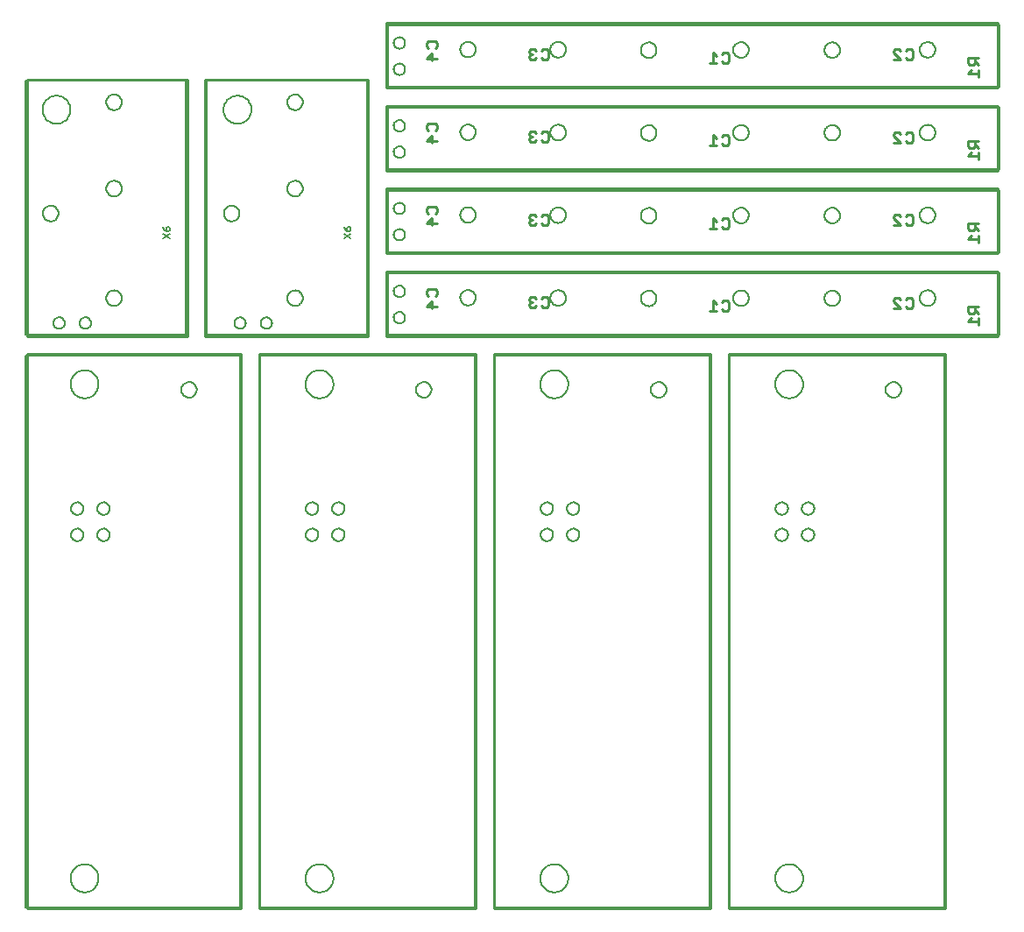
<source format=gbo>
G75*
G70*
%OFA0B0*%
%FSLAX25Y25*%
%IPPOS*%
%LPD*%
%AMOC8*
5,1,8,0,0,1.08239X$1,22.5*
%
%ADD26C,0.01000*%
%ADD61C,0.00800*%
X0010000Y0012000D02*
G75*
%LPD*%
D61*
X0091500Y0012000D02*
X0010000Y0012000D01*
X0010000Y0222000D01*
X0091500Y0222000D01*
X0091500Y0012000D01*
X0039700Y0151340D02*
X0039400Y0151360D01*
X0039100Y0151420D01*
X0038810Y0151510D01*
X0038540Y0151640D01*
X0038290Y0151810D01*
X0038060Y0152000D01*
X0037850Y0152230D01*
X0037680Y0152480D01*
X0037540Y0152740D01*
X0037440Y0153030D01*
X0037370Y0153320D01*
X0037340Y0153620D01*
X0037350Y0153930D01*
X0037400Y0154230D01*
X0037490Y0154520D01*
X0037610Y0154790D01*
X0037760Y0155050D01*
X0037950Y0155290D01*
X0038170Y0155500D01*
X0038410Y0155680D01*
X0038680Y0155830D01*
X0038960Y0155940D01*
X0039250Y0156020D01*
X0039550Y0156060D01*
X0039850Y0156060D01*
X0040150Y0156020D01*
X0040440Y0155940D01*
X0040720Y0155830D01*
X0040990Y0155680D01*
X0041230Y0155500D01*
X0041450Y0155290D01*
X0041640Y0155050D01*
X0041790Y0154790D01*
X0041910Y0154520D01*
X0042000Y0154230D01*
X0042050Y0153930D01*
X0042060Y0153620D01*
X0042030Y0153320D01*
X0041960Y0153030D01*
X0041860Y0152740D01*
X0041720Y0152480D01*
X0041550Y0152230D01*
X0041340Y0152000D01*
X0041110Y0151810D01*
X0040860Y0151640D01*
X0040590Y0151510D01*
X0040300Y0151420D01*
X0040000Y0151360D01*
X0039700Y0151340D01*
X0039700Y0161340D02*
X0039400Y0161360D01*
X0039100Y0161420D01*
X0038810Y0161510D01*
X0038540Y0161640D01*
X0038290Y0161810D01*
X0038060Y0162000D01*
X0037850Y0162230D01*
X0037680Y0162480D01*
X0037540Y0162740D01*
X0037440Y0163030D01*
X0037370Y0163320D01*
X0037340Y0163620D01*
X0037350Y0163930D01*
X0037400Y0164230D01*
X0037490Y0164520D01*
X0037610Y0164790D01*
X0037760Y0165050D01*
X0037950Y0165290D01*
X0038170Y0165500D01*
X0038410Y0165680D01*
X0038680Y0165830D01*
X0038960Y0165940D01*
X0039250Y0166020D01*
X0039550Y0166060D01*
X0039850Y0166060D01*
X0040150Y0166020D01*
X0040440Y0165940D01*
X0040720Y0165830D01*
X0040990Y0165680D01*
X0041230Y0165500D01*
X0041450Y0165290D01*
X0041640Y0165050D01*
X0041790Y0164790D01*
X0041910Y0164520D01*
X0042000Y0164230D01*
X0042050Y0163930D01*
X0042060Y0163620D01*
X0042030Y0163320D01*
X0041960Y0163030D01*
X0041860Y0162740D01*
X0041720Y0162480D01*
X0041550Y0162230D01*
X0041340Y0162000D01*
X0041110Y0161810D01*
X0040860Y0161640D01*
X0040590Y0161510D01*
X0040300Y0161420D01*
X0040000Y0161360D01*
X0039700Y0161340D01*
X0029700Y0161340D02*
X0029400Y0161360D01*
X0029100Y0161420D01*
X0028810Y0161510D01*
X0028540Y0161640D01*
X0028290Y0161810D01*
X0028060Y0162000D01*
X0027850Y0162230D01*
X0027680Y0162480D01*
X0027540Y0162740D01*
X0027440Y0163030D01*
X0027370Y0163320D01*
X0027340Y0163620D01*
X0027350Y0163930D01*
X0027400Y0164230D01*
X0027490Y0164520D01*
X0027610Y0164790D01*
X0027760Y0165050D01*
X0027950Y0165290D01*
X0028170Y0165500D01*
X0028410Y0165680D01*
X0028680Y0165830D01*
X0028960Y0165940D01*
X0029250Y0166020D01*
X0029550Y0166060D01*
X0029850Y0166060D01*
X0030150Y0166020D01*
X0030440Y0165940D01*
X0030720Y0165830D01*
X0030990Y0165680D01*
X0031230Y0165500D01*
X0031450Y0165290D01*
X0031640Y0165050D01*
X0031790Y0164790D01*
X0031910Y0164520D01*
X0032000Y0164230D01*
X0032050Y0163930D01*
X0032060Y0163620D01*
X0032030Y0163320D01*
X0031960Y0163030D01*
X0031860Y0162740D01*
X0031720Y0162480D01*
X0031550Y0162230D01*
X0031340Y0162000D01*
X0031110Y0161810D01*
X0030860Y0161640D01*
X0030590Y0161510D01*
X0030300Y0161420D01*
X0030000Y0161360D01*
X0029700Y0161340D01*
X0029700Y0151340D02*
X0029400Y0151360D01*
X0029100Y0151420D01*
X0028810Y0151510D01*
X0028540Y0151640D01*
X0028290Y0151810D01*
X0028060Y0152000D01*
X0027850Y0152230D01*
X0027680Y0152480D01*
X0027540Y0152740D01*
X0027440Y0153030D01*
X0027370Y0153320D01*
X0027340Y0153620D01*
X0027350Y0153930D01*
X0027400Y0154230D01*
X0027490Y0154520D01*
X0027610Y0154790D01*
X0027760Y0155050D01*
X0027950Y0155290D01*
X0028170Y0155500D01*
X0028410Y0155680D01*
X0028680Y0155830D01*
X0028960Y0155940D01*
X0029250Y0156020D01*
X0029550Y0156060D01*
X0029850Y0156060D01*
X0030150Y0156020D01*
X0030440Y0155940D01*
X0030720Y0155830D01*
X0030990Y0155680D01*
X0031230Y0155500D01*
X0031450Y0155290D01*
X0031640Y0155050D01*
X0031790Y0154790D01*
X0031910Y0154520D01*
X0032000Y0154230D01*
X0032050Y0153930D01*
X0032060Y0153620D01*
X0032030Y0153320D01*
X0031960Y0153030D01*
X0031860Y0152740D01*
X0031720Y0152480D01*
X0031550Y0152230D01*
X0031340Y0152000D01*
X0031110Y0151810D01*
X0030860Y0151640D01*
X0030590Y0151510D01*
X0030300Y0151420D01*
X0030000Y0151360D01*
X0029700Y0151340D01*
X0032500Y0205690D02*
X0032040Y0205710D01*
X0031590Y0205770D01*
X0031140Y0205870D01*
X0030710Y0206000D01*
X0030280Y0206170D01*
X0029880Y0206380D01*
X0029490Y0206620D01*
X0029130Y0206900D01*
X0028790Y0207210D01*
X0028470Y0207540D01*
X0028190Y0207900D01*
X0027940Y0208280D01*
X0027720Y0208680D01*
X0027540Y0209100D01*
X0027400Y0209530D01*
X0027290Y0209980D01*
X0027220Y0210430D01*
X0027190Y0210890D01*
X0027200Y0211340D01*
X0027250Y0211800D01*
X0027340Y0212250D01*
X0027460Y0212680D01*
X0027630Y0213110D01*
X0027830Y0213520D01*
X0028060Y0213910D01*
X0028330Y0214290D01*
X0028630Y0214630D01*
X0028950Y0214950D01*
X0029310Y0215240D01*
X0029680Y0215500D01*
X0030080Y0215730D01*
X0030490Y0215920D01*
X0030920Y0216070D01*
X0031370Y0216190D01*
X0031820Y0216270D01*
X0032270Y0216310D01*
X0032730Y0216310D01*
X0033180Y0216270D01*
X0033630Y0216190D01*
X0034080Y0216070D01*
X0034510Y0215920D01*
X0034920Y0215730D01*
X0035320Y0215500D01*
X0035690Y0215240D01*
X0036050Y0214950D01*
X0036370Y0214630D01*
X0036670Y0214290D01*
X0036940Y0213910D01*
X0037170Y0213520D01*
X0037370Y0213110D01*
X0037540Y0212680D01*
X0037660Y0212250D01*
X0037750Y0211800D01*
X0037800Y0211340D01*
X0037810Y0210890D01*
X0037780Y0210430D01*
X0037710Y0209980D01*
X0037600Y0209530D01*
X0037460Y0209100D01*
X0037280Y0208680D01*
X0037060Y0208280D01*
X0036810Y0207900D01*
X0036530Y0207540D01*
X0036210Y0207210D01*
X0035870Y0206900D01*
X0035510Y0206620D01*
X0035120Y0206380D01*
X0034720Y0206170D01*
X0034290Y0206000D01*
X0033860Y0205870D01*
X0033410Y0205770D01*
X0032960Y0205710D01*
X0032500Y0205690D01*
X0072200Y0205940D02*
X0071860Y0205960D01*
X0071520Y0206020D01*
X0071190Y0206120D01*
X0070880Y0206250D01*
X0070580Y0206430D01*
X0070300Y0206630D01*
X0070050Y0206870D01*
X0069830Y0207130D01*
X0069650Y0207410D01*
X0069490Y0207720D01*
X0069370Y0208040D01*
X0069290Y0208380D01*
X0069250Y0208720D01*
X0069250Y0209060D01*
X0069290Y0209400D01*
X0069370Y0209740D01*
X0069490Y0210060D01*
X0069650Y0210360D01*
X0069830Y0210650D01*
X0070050Y0210910D01*
X0070300Y0211150D01*
X0070580Y0211350D01*
X0070880Y0211530D01*
X0071190Y0211660D01*
X0071520Y0211760D01*
X0071860Y0211820D01*
X0072200Y0211840D01*
X0072540Y0211820D01*
X0072880Y0211760D01*
X0073210Y0211660D01*
X0073520Y0211530D01*
X0073820Y0211350D01*
X0074100Y0211150D01*
X0074350Y0210910D01*
X0074570Y0210650D01*
X0074750Y0210370D01*
X0074910Y0210060D01*
X0075030Y0209740D01*
X0075110Y0209400D01*
X0075150Y0209060D01*
X0075150Y0208720D01*
X0075110Y0208380D01*
X0075030Y0208040D01*
X0074910Y0207720D01*
X0074750Y0207410D01*
X0074570Y0207130D01*
X0074350Y0206870D01*
X0074100Y0206630D01*
X0073820Y0206430D01*
X0073520Y0206250D01*
X0073210Y0206120D01*
X0072880Y0206020D01*
X0072540Y0205960D01*
X0072200Y0205940D01*
X0032500Y0017690D02*
X0032040Y0017710D01*
X0031590Y0017770D01*
X0031140Y0017870D01*
X0030710Y0018000D01*
X0030280Y0018170D01*
X0029880Y0018380D01*
X0029490Y0018620D01*
X0029130Y0018900D01*
X0028790Y0019210D01*
X0028470Y0019540D01*
X0028190Y0019900D01*
X0027940Y0020280D01*
X0027720Y0020680D01*
X0027540Y0021100D01*
X0027400Y0021530D01*
X0027290Y0021980D01*
X0027220Y0022430D01*
X0027190Y0022890D01*
X0027200Y0023340D01*
X0027250Y0023800D01*
X0027340Y0024250D01*
X0027460Y0024680D01*
X0027630Y0025110D01*
X0027830Y0025520D01*
X0028060Y0025910D01*
X0028330Y0026290D01*
X0028630Y0026630D01*
X0028950Y0026950D01*
X0029310Y0027240D01*
X0029680Y0027500D01*
X0030080Y0027730D01*
X0030490Y0027920D01*
X0030920Y0028070D01*
X0031370Y0028190D01*
X0031820Y0028270D01*
X0032270Y0028310D01*
X0032730Y0028310D01*
X0033180Y0028270D01*
X0033630Y0028190D01*
X0034080Y0028070D01*
X0034510Y0027920D01*
X0034920Y0027730D01*
X0035320Y0027500D01*
X0035690Y0027240D01*
X0036050Y0026950D01*
X0036370Y0026630D01*
X0036670Y0026290D01*
X0036940Y0025910D01*
X0037170Y0025520D01*
X0037370Y0025110D01*
X0037540Y0024680D01*
X0037660Y0024250D01*
X0037750Y0023800D01*
X0037800Y0023340D01*
X0037810Y0022890D01*
X0037780Y0022430D01*
X0037710Y0021980D01*
X0037600Y0021530D01*
X0037460Y0021100D01*
X0037280Y0020680D01*
X0037060Y0020280D01*
X0036810Y0019900D01*
X0036530Y0019540D01*
X0036210Y0019210D01*
X0035870Y0018900D01*
X0035510Y0018620D01*
X0035120Y0018380D01*
X0034720Y0018170D01*
X0034290Y0018000D01*
X0033860Y0017870D01*
X0033410Y0017770D01*
X0032960Y0017710D01*
X0032500Y0017690D01*
D26*
X0010500Y0011500D02*
X0010500Y0222500D01*
X0010500Y0222500D02*
X0092000Y0222500D01*
X0092000Y0011500D01*
X0010500Y0011500D01*
X0099370Y0012000D02*
G75*
%LPD*%
D61*
X0180870Y0012000D02*
X0099370Y0012000D01*
X0099370Y0222000D01*
X0180870Y0222000D01*
X0180870Y0012000D01*
X0129070Y0151340D02*
X0128770Y0151360D01*
X0128470Y0151420D01*
X0128180Y0151510D01*
X0127910Y0151640D01*
X0127660Y0151810D01*
X0127430Y0152000D01*
X0127220Y0152230D01*
X0127050Y0152480D01*
X0126910Y0152740D01*
X0126810Y0153030D01*
X0126740Y0153320D01*
X0126710Y0153620D01*
X0126720Y0153930D01*
X0126770Y0154230D01*
X0126860Y0154520D01*
X0126980Y0154790D01*
X0127130Y0155050D01*
X0127320Y0155290D01*
X0127540Y0155500D01*
X0127780Y0155680D01*
X0128050Y0155830D01*
X0128330Y0155940D01*
X0128620Y0156020D01*
X0128920Y0156060D01*
X0129220Y0156060D01*
X0129520Y0156020D01*
X0129810Y0155940D01*
X0130090Y0155830D01*
X0130360Y0155680D01*
X0130600Y0155500D01*
X0130820Y0155290D01*
X0131010Y0155050D01*
X0131160Y0154790D01*
X0131280Y0154520D01*
X0131370Y0154230D01*
X0131420Y0153930D01*
X0131430Y0153620D01*
X0131400Y0153320D01*
X0131330Y0153030D01*
X0131230Y0152740D01*
X0131090Y0152480D01*
X0130920Y0152230D01*
X0130710Y0152000D01*
X0130480Y0151810D01*
X0130230Y0151640D01*
X0129960Y0151510D01*
X0129670Y0151420D01*
X0129370Y0151360D01*
X0129070Y0151340D01*
X0129070Y0161340D02*
X0128770Y0161360D01*
X0128470Y0161420D01*
X0128180Y0161510D01*
X0127910Y0161640D01*
X0127660Y0161810D01*
X0127430Y0162000D01*
X0127220Y0162230D01*
X0127050Y0162480D01*
X0126910Y0162740D01*
X0126810Y0163030D01*
X0126740Y0163320D01*
X0126710Y0163620D01*
X0126720Y0163930D01*
X0126770Y0164230D01*
X0126860Y0164520D01*
X0126980Y0164790D01*
X0127130Y0165050D01*
X0127320Y0165290D01*
X0127540Y0165500D01*
X0127780Y0165680D01*
X0128050Y0165830D01*
X0128330Y0165940D01*
X0128620Y0166020D01*
X0128920Y0166060D01*
X0129220Y0166060D01*
X0129520Y0166020D01*
X0129810Y0165940D01*
X0130090Y0165830D01*
X0130360Y0165680D01*
X0130600Y0165500D01*
X0130820Y0165290D01*
X0131010Y0165050D01*
X0131160Y0164790D01*
X0131280Y0164520D01*
X0131370Y0164230D01*
X0131420Y0163930D01*
X0131430Y0163620D01*
X0131400Y0163320D01*
X0131330Y0163030D01*
X0131230Y0162740D01*
X0131090Y0162480D01*
X0130920Y0162230D01*
X0130710Y0162000D01*
X0130480Y0161810D01*
X0130230Y0161640D01*
X0129960Y0161510D01*
X0129670Y0161420D01*
X0129370Y0161360D01*
X0129070Y0161340D01*
X0119070Y0161340D02*
X0118770Y0161360D01*
X0118470Y0161420D01*
X0118180Y0161510D01*
X0117910Y0161640D01*
X0117660Y0161810D01*
X0117430Y0162000D01*
X0117220Y0162230D01*
X0117050Y0162480D01*
X0116910Y0162740D01*
X0116810Y0163030D01*
X0116740Y0163320D01*
X0116710Y0163620D01*
X0116720Y0163930D01*
X0116770Y0164230D01*
X0116860Y0164520D01*
X0116980Y0164790D01*
X0117130Y0165050D01*
X0117320Y0165290D01*
X0117540Y0165500D01*
X0117780Y0165680D01*
X0118050Y0165830D01*
X0118330Y0165940D01*
X0118620Y0166020D01*
X0118920Y0166060D01*
X0119220Y0166060D01*
X0119520Y0166020D01*
X0119810Y0165940D01*
X0120090Y0165830D01*
X0120360Y0165680D01*
X0120600Y0165500D01*
X0120820Y0165290D01*
X0121010Y0165050D01*
X0121160Y0164790D01*
X0121280Y0164520D01*
X0121370Y0164230D01*
X0121420Y0163930D01*
X0121430Y0163620D01*
X0121400Y0163320D01*
X0121330Y0163030D01*
X0121230Y0162740D01*
X0121090Y0162480D01*
X0120920Y0162230D01*
X0120710Y0162000D01*
X0120480Y0161810D01*
X0120230Y0161640D01*
X0119960Y0161510D01*
X0119670Y0161420D01*
X0119370Y0161360D01*
X0119070Y0161340D01*
X0119070Y0151340D02*
X0118770Y0151360D01*
X0118470Y0151420D01*
X0118180Y0151510D01*
X0117910Y0151640D01*
X0117660Y0151810D01*
X0117430Y0152000D01*
X0117220Y0152230D01*
X0117050Y0152480D01*
X0116910Y0152740D01*
X0116810Y0153030D01*
X0116740Y0153320D01*
X0116710Y0153620D01*
X0116720Y0153930D01*
X0116770Y0154230D01*
X0116860Y0154520D01*
X0116980Y0154790D01*
X0117130Y0155050D01*
X0117320Y0155290D01*
X0117540Y0155500D01*
X0117780Y0155680D01*
X0118050Y0155830D01*
X0118330Y0155940D01*
X0118620Y0156020D01*
X0118920Y0156060D01*
X0119220Y0156060D01*
X0119520Y0156020D01*
X0119810Y0155940D01*
X0120090Y0155830D01*
X0120360Y0155680D01*
X0120600Y0155500D01*
X0120820Y0155290D01*
X0121010Y0155050D01*
X0121160Y0154790D01*
X0121280Y0154520D01*
X0121370Y0154230D01*
X0121420Y0153930D01*
X0121430Y0153620D01*
X0121400Y0153320D01*
X0121330Y0153030D01*
X0121230Y0152740D01*
X0121090Y0152480D01*
X0120920Y0152230D01*
X0120710Y0152000D01*
X0120480Y0151810D01*
X0120230Y0151640D01*
X0119960Y0151510D01*
X0119670Y0151420D01*
X0119370Y0151360D01*
X0119070Y0151340D01*
X0121870Y0205690D02*
X0121410Y0205710D01*
X0120960Y0205770D01*
X0120510Y0205870D01*
X0120080Y0206000D01*
X0119650Y0206170D01*
X0119250Y0206380D01*
X0118860Y0206620D01*
X0118500Y0206900D01*
X0118160Y0207210D01*
X0117840Y0207540D01*
X0117560Y0207900D01*
X0117310Y0208280D01*
X0117090Y0208680D01*
X0116910Y0209100D01*
X0116770Y0209530D01*
X0116660Y0209980D01*
X0116590Y0210430D01*
X0116560Y0210890D01*
X0116570Y0211340D01*
X0116620Y0211800D01*
X0116710Y0212250D01*
X0116830Y0212680D01*
X0117000Y0213110D01*
X0117200Y0213520D01*
X0117430Y0213910D01*
X0117700Y0214290D01*
X0118000Y0214630D01*
X0118320Y0214950D01*
X0118680Y0215240D01*
X0119050Y0215500D01*
X0119450Y0215730D01*
X0119860Y0215920D01*
X0120290Y0216070D01*
X0120740Y0216190D01*
X0121190Y0216270D01*
X0121640Y0216310D01*
X0122100Y0216310D01*
X0122550Y0216270D01*
X0123000Y0216190D01*
X0123450Y0216070D01*
X0123880Y0215920D01*
X0124290Y0215730D01*
X0124690Y0215500D01*
X0125060Y0215240D01*
X0125420Y0214950D01*
X0125740Y0214630D01*
X0126040Y0214290D01*
X0126310Y0213910D01*
X0126540Y0213520D01*
X0126740Y0213110D01*
X0126910Y0212680D01*
X0127030Y0212250D01*
X0127120Y0211800D01*
X0127170Y0211340D01*
X0127180Y0210890D01*
X0127150Y0210430D01*
X0127080Y0209980D01*
X0126970Y0209530D01*
X0126830Y0209100D01*
X0126650Y0208680D01*
X0126430Y0208280D01*
X0126180Y0207900D01*
X0125900Y0207540D01*
X0125580Y0207210D01*
X0125240Y0206900D01*
X0124880Y0206620D01*
X0124490Y0206380D01*
X0124090Y0206170D01*
X0123660Y0206000D01*
X0123230Y0205870D01*
X0122780Y0205770D01*
X0122330Y0205710D01*
X0121870Y0205690D01*
X0161570Y0205940D02*
X0161230Y0205960D01*
X0160890Y0206020D01*
X0160560Y0206120D01*
X0160250Y0206250D01*
X0159950Y0206430D01*
X0159670Y0206630D01*
X0159420Y0206870D01*
X0159200Y0207130D01*
X0159020Y0207410D01*
X0158860Y0207720D01*
X0158740Y0208040D01*
X0158660Y0208380D01*
X0158620Y0208720D01*
X0158620Y0209060D01*
X0158660Y0209400D01*
X0158740Y0209740D01*
X0158860Y0210060D01*
X0159020Y0210360D01*
X0159200Y0210650D01*
X0159420Y0210910D01*
X0159670Y0211150D01*
X0159950Y0211350D01*
X0160250Y0211530D01*
X0160560Y0211660D01*
X0160890Y0211760D01*
X0161230Y0211820D01*
X0161570Y0211840D01*
X0161910Y0211820D01*
X0162250Y0211760D01*
X0162580Y0211660D01*
X0162890Y0211530D01*
X0163190Y0211350D01*
X0163470Y0211150D01*
X0163720Y0210910D01*
X0163940Y0210650D01*
X0164120Y0210370D01*
X0164280Y0210060D01*
X0164400Y0209740D01*
X0164480Y0209400D01*
X0164520Y0209060D01*
X0164520Y0208720D01*
X0164480Y0208380D01*
X0164400Y0208040D01*
X0164280Y0207720D01*
X0164120Y0207410D01*
X0163940Y0207130D01*
X0163720Y0206870D01*
X0163470Y0206630D01*
X0163190Y0206430D01*
X0162890Y0206250D01*
X0162580Y0206120D01*
X0162250Y0206020D01*
X0161910Y0205960D01*
X0161570Y0205940D01*
X0121870Y0017690D02*
X0121410Y0017710D01*
X0120960Y0017770D01*
X0120510Y0017870D01*
X0120080Y0018000D01*
X0119650Y0018170D01*
X0119250Y0018380D01*
X0118860Y0018620D01*
X0118500Y0018900D01*
X0118160Y0019210D01*
X0117840Y0019540D01*
X0117560Y0019900D01*
X0117310Y0020280D01*
X0117090Y0020680D01*
X0116910Y0021100D01*
X0116770Y0021530D01*
X0116660Y0021980D01*
X0116590Y0022430D01*
X0116560Y0022890D01*
X0116570Y0023340D01*
X0116620Y0023800D01*
X0116710Y0024250D01*
X0116830Y0024680D01*
X0117000Y0025110D01*
X0117200Y0025520D01*
X0117430Y0025910D01*
X0117700Y0026290D01*
X0118000Y0026630D01*
X0118320Y0026950D01*
X0118680Y0027240D01*
X0119050Y0027500D01*
X0119450Y0027730D01*
X0119860Y0027920D01*
X0120290Y0028070D01*
X0120740Y0028190D01*
X0121190Y0028270D01*
X0121640Y0028310D01*
X0122100Y0028310D01*
X0122550Y0028270D01*
X0123000Y0028190D01*
X0123450Y0028070D01*
X0123880Y0027920D01*
X0124290Y0027730D01*
X0124690Y0027500D01*
X0125060Y0027240D01*
X0125420Y0026950D01*
X0125740Y0026630D01*
X0126040Y0026290D01*
X0126310Y0025910D01*
X0126540Y0025520D01*
X0126740Y0025110D01*
X0126910Y0024680D01*
X0127030Y0024250D01*
X0127120Y0023800D01*
X0127170Y0023340D01*
X0127180Y0022890D01*
X0127150Y0022430D01*
X0127080Y0021980D01*
X0126970Y0021530D01*
X0126830Y0021100D01*
X0126650Y0020680D01*
X0126430Y0020280D01*
X0126180Y0019900D01*
X0125900Y0019540D01*
X0125580Y0019210D01*
X0125240Y0018900D01*
X0124880Y0018620D01*
X0124490Y0018380D01*
X0124090Y0018170D01*
X0123660Y0018000D01*
X0123230Y0017870D01*
X0122780Y0017770D01*
X0122330Y0017710D01*
X0121870Y0017690D01*
D26*
X0098870Y0011500D02*
X0098870Y0222500D01*
X0181370Y0222500D01*
X0181370Y0011500D01*
X0098870Y0011500D01*
X0188740Y0012000D02*
G75*
%LPD*%
D61*
X0270240Y0012000D02*
X0188740Y0012000D01*
X0188740Y0222000D01*
X0270240Y0222000D01*
X0270240Y0012000D01*
X0218440Y0151340D02*
X0218140Y0151360D01*
X0217840Y0151420D01*
X0217550Y0151510D01*
X0217280Y0151640D01*
X0217030Y0151810D01*
X0216800Y0152000D01*
X0216590Y0152230D01*
X0216420Y0152480D01*
X0216280Y0152740D01*
X0216180Y0153030D01*
X0216110Y0153320D01*
X0216080Y0153620D01*
X0216090Y0153930D01*
X0216140Y0154230D01*
X0216230Y0154520D01*
X0216350Y0154790D01*
X0216500Y0155050D01*
X0216690Y0155290D01*
X0216910Y0155500D01*
X0217150Y0155680D01*
X0217420Y0155830D01*
X0217700Y0155940D01*
X0217990Y0156020D01*
X0218290Y0156060D01*
X0218590Y0156060D01*
X0218890Y0156020D01*
X0219180Y0155940D01*
X0219460Y0155830D01*
X0219730Y0155680D01*
X0219970Y0155500D01*
X0220190Y0155290D01*
X0220380Y0155050D01*
X0220530Y0154790D01*
X0220650Y0154520D01*
X0220740Y0154230D01*
X0220790Y0153930D01*
X0220800Y0153620D01*
X0220770Y0153320D01*
X0220700Y0153030D01*
X0220600Y0152740D01*
X0220460Y0152480D01*
X0220290Y0152230D01*
X0220080Y0152000D01*
X0219850Y0151810D01*
X0219600Y0151640D01*
X0219330Y0151510D01*
X0219040Y0151420D01*
X0218740Y0151360D01*
X0218440Y0151340D01*
X0218440Y0161340D02*
X0218140Y0161360D01*
X0217840Y0161420D01*
X0217550Y0161510D01*
X0217280Y0161640D01*
X0217030Y0161810D01*
X0216800Y0162000D01*
X0216590Y0162230D01*
X0216420Y0162480D01*
X0216280Y0162740D01*
X0216180Y0163030D01*
X0216110Y0163320D01*
X0216080Y0163620D01*
X0216090Y0163930D01*
X0216140Y0164230D01*
X0216230Y0164520D01*
X0216350Y0164790D01*
X0216500Y0165050D01*
X0216690Y0165290D01*
X0216910Y0165500D01*
X0217150Y0165680D01*
X0217420Y0165830D01*
X0217700Y0165940D01*
X0217990Y0166020D01*
X0218290Y0166060D01*
X0218590Y0166060D01*
X0218890Y0166020D01*
X0219180Y0165940D01*
X0219460Y0165830D01*
X0219730Y0165680D01*
X0219970Y0165500D01*
X0220190Y0165290D01*
X0220380Y0165050D01*
X0220530Y0164790D01*
X0220650Y0164520D01*
X0220740Y0164230D01*
X0220790Y0163930D01*
X0220800Y0163620D01*
X0220770Y0163320D01*
X0220700Y0163030D01*
X0220600Y0162740D01*
X0220460Y0162480D01*
X0220290Y0162230D01*
X0220080Y0162000D01*
X0219850Y0161810D01*
X0219600Y0161640D01*
X0219330Y0161510D01*
X0219040Y0161420D01*
X0218740Y0161360D01*
X0218440Y0161340D01*
X0208440Y0161340D02*
X0208140Y0161360D01*
X0207840Y0161420D01*
X0207550Y0161510D01*
X0207280Y0161640D01*
X0207030Y0161810D01*
X0206800Y0162000D01*
X0206590Y0162230D01*
X0206420Y0162480D01*
X0206280Y0162740D01*
X0206180Y0163030D01*
X0206110Y0163320D01*
X0206080Y0163620D01*
X0206090Y0163930D01*
X0206140Y0164230D01*
X0206230Y0164520D01*
X0206350Y0164790D01*
X0206500Y0165050D01*
X0206690Y0165290D01*
X0206910Y0165500D01*
X0207150Y0165680D01*
X0207420Y0165830D01*
X0207700Y0165940D01*
X0207990Y0166020D01*
X0208290Y0166060D01*
X0208590Y0166060D01*
X0208890Y0166020D01*
X0209180Y0165940D01*
X0209460Y0165830D01*
X0209730Y0165680D01*
X0209970Y0165500D01*
X0210190Y0165290D01*
X0210380Y0165050D01*
X0210530Y0164790D01*
X0210650Y0164520D01*
X0210740Y0164230D01*
X0210790Y0163930D01*
X0210800Y0163620D01*
X0210770Y0163320D01*
X0210700Y0163030D01*
X0210600Y0162740D01*
X0210460Y0162480D01*
X0210290Y0162230D01*
X0210080Y0162000D01*
X0209850Y0161810D01*
X0209600Y0161640D01*
X0209330Y0161510D01*
X0209040Y0161420D01*
X0208740Y0161360D01*
X0208440Y0161340D01*
X0208440Y0151340D02*
X0208140Y0151360D01*
X0207840Y0151420D01*
X0207550Y0151510D01*
X0207280Y0151640D01*
X0207030Y0151810D01*
X0206800Y0152000D01*
X0206590Y0152230D01*
X0206420Y0152480D01*
X0206280Y0152740D01*
X0206180Y0153030D01*
X0206110Y0153320D01*
X0206080Y0153620D01*
X0206090Y0153930D01*
X0206140Y0154230D01*
X0206230Y0154520D01*
X0206350Y0154790D01*
X0206500Y0155050D01*
X0206690Y0155290D01*
X0206910Y0155500D01*
X0207150Y0155680D01*
X0207420Y0155830D01*
X0207700Y0155940D01*
X0207990Y0156020D01*
X0208290Y0156060D01*
X0208590Y0156060D01*
X0208890Y0156020D01*
X0209180Y0155940D01*
X0209460Y0155830D01*
X0209730Y0155680D01*
X0209970Y0155500D01*
X0210190Y0155290D01*
X0210380Y0155050D01*
X0210530Y0154790D01*
X0210650Y0154520D01*
X0210740Y0154230D01*
X0210790Y0153930D01*
X0210800Y0153620D01*
X0210770Y0153320D01*
X0210700Y0153030D01*
X0210600Y0152740D01*
X0210460Y0152480D01*
X0210290Y0152230D01*
X0210080Y0152000D01*
X0209850Y0151810D01*
X0209600Y0151640D01*
X0209330Y0151510D01*
X0209040Y0151420D01*
X0208740Y0151360D01*
X0208440Y0151340D01*
X0211240Y0205690D02*
X0210780Y0205710D01*
X0210330Y0205770D01*
X0209880Y0205870D01*
X0209450Y0206000D01*
X0209020Y0206170D01*
X0208620Y0206380D01*
X0208230Y0206620D01*
X0207870Y0206900D01*
X0207530Y0207210D01*
X0207210Y0207540D01*
X0206930Y0207900D01*
X0206680Y0208280D01*
X0206460Y0208680D01*
X0206280Y0209100D01*
X0206140Y0209530D01*
X0206030Y0209980D01*
X0205960Y0210430D01*
X0205930Y0210890D01*
X0205940Y0211340D01*
X0205990Y0211800D01*
X0206080Y0212250D01*
X0206200Y0212680D01*
X0206370Y0213110D01*
X0206570Y0213520D01*
X0206800Y0213910D01*
X0207070Y0214290D01*
X0207370Y0214630D01*
X0207690Y0214950D01*
X0208050Y0215240D01*
X0208420Y0215500D01*
X0208820Y0215730D01*
X0209230Y0215920D01*
X0209660Y0216070D01*
X0210110Y0216190D01*
X0210560Y0216270D01*
X0211010Y0216310D01*
X0211470Y0216310D01*
X0211920Y0216270D01*
X0212370Y0216190D01*
X0212820Y0216070D01*
X0213250Y0215920D01*
X0213660Y0215730D01*
X0214060Y0215500D01*
X0214430Y0215240D01*
X0214790Y0214950D01*
X0215110Y0214630D01*
X0215410Y0214290D01*
X0215680Y0213910D01*
X0215910Y0213520D01*
X0216110Y0213110D01*
X0216280Y0212680D01*
X0216400Y0212250D01*
X0216490Y0211800D01*
X0216540Y0211340D01*
X0216550Y0210890D01*
X0216520Y0210430D01*
X0216450Y0209980D01*
X0216340Y0209530D01*
X0216200Y0209100D01*
X0216020Y0208680D01*
X0215800Y0208280D01*
X0215550Y0207900D01*
X0215270Y0207540D01*
X0214950Y0207210D01*
X0214610Y0206900D01*
X0214250Y0206620D01*
X0213860Y0206380D01*
X0213460Y0206170D01*
X0213030Y0206000D01*
X0212600Y0205870D01*
X0212150Y0205770D01*
X0211700Y0205710D01*
X0211240Y0205690D01*
X0250940Y0205940D02*
X0250600Y0205960D01*
X0250260Y0206020D01*
X0249930Y0206120D01*
X0249620Y0206250D01*
X0249320Y0206430D01*
X0249040Y0206630D01*
X0248790Y0206870D01*
X0248570Y0207130D01*
X0248390Y0207410D01*
X0248230Y0207720D01*
X0248110Y0208040D01*
X0248030Y0208380D01*
X0247990Y0208720D01*
X0247990Y0209060D01*
X0248030Y0209400D01*
X0248110Y0209740D01*
X0248230Y0210060D01*
X0248390Y0210360D01*
X0248570Y0210650D01*
X0248790Y0210910D01*
X0249040Y0211150D01*
X0249320Y0211350D01*
X0249620Y0211530D01*
X0249930Y0211660D01*
X0250260Y0211760D01*
X0250600Y0211820D01*
X0250940Y0211840D01*
X0251280Y0211820D01*
X0251620Y0211760D01*
X0251950Y0211660D01*
X0252260Y0211530D01*
X0252560Y0211350D01*
X0252840Y0211150D01*
X0253090Y0210910D01*
X0253310Y0210650D01*
X0253490Y0210370D01*
X0253650Y0210060D01*
X0253770Y0209740D01*
X0253850Y0209400D01*
X0253890Y0209060D01*
X0253890Y0208720D01*
X0253850Y0208380D01*
X0253770Y0208040D01*
X0253650Y0207720D01*
X0253490Y0207410D01*
X0253310Y0207130D01*
X0253090Y0206870D01*
X0252840Y0206630D01*
X0252560Y0206430D01*
X0252260Y0206250D01*
X0251950Y0206120D01*
X0251620Y0206020D01*
X0251280Y0205960D01*
X0250940Y0205940D01*
X0211240Y0017690D02*
X0210780Y0017710D01*
X0210330Y0017770D01*
X0209880Y0017870D01*
X0209450Y0018000D01*
X0209020Y0018170D01*
X0208620Y0018380D01*
X0208230Y0018620D01*
X0207870Y0018900D01*
X0207530Y0019210D01*
X0207210Y0019540D01*
X0206930Y0019900D01*
X0206680Y0020280D01*
X0206460Y0020680D01*
X0206280Y0021100D01*
X0206140Y0021530D01*
X0206030Y0021980D01*
X0205960Y0022430D01*
X0205930Y0022890D01*
X0205940Y0023340D01*
X0205990Y0023800D01*
X0206080Y0024250D01*
X0206200Y0024680D01*
X0206370Y0025110D01*
X0206570Y0025520D01*
X0206800Y0025910D01*
X0207070Y0026290D01*
X0207370Y0026630D01*
X0207690Y0026950D01*
X0208050Y0027240D01*
X0208420Y0027500D01*
X0208820Y0027730D01*
X0209230Y0027920D01*
X0209660Y0028070D01*
X0210110Y0028190D01*
X0210560Y0028270D01*
X0211010Y0028310D01*
X0211470Y0028310D01*
X0211920Y0028270D01*
X0212370Y0028190D01*
X0212820Y0028070D01*
X0213250Y0027920D01*
X0213660Y0027730D01*
X0214060Y0027500D01*
X0214430Y0027240D01*
X0214790Y0026950D01*
X0215110Y0026630D01*
X0215410Y0026290D01*
X0215680Y0025910D01*
X0215910Y0025520D01*
X0216110Y0025110D01*
X0216280Y0024680D01*
X0216400Y0024250D01*
X0216490Y0023800D01*
X0216540Y0023340D01*
X0216550Y0022890D01*
X0216520Y0022430D01*
X0216450Y0021980D01*
X0216340Y0021530D01*
X0216200Y0021100D01*
X0216020Y0020680D01*
X0215800Y0020280D01*
X0215550Y0019900D01*
X0215270Y0019540D01*
X0214950Y0019210D01*
X0214610Y0018900D01*
X0214250Y0018620D01*
X0213860Y0018380D01*
X0213460Y0018170D01*
X0213030Y0018000D01*
X0212600Y0017870D01*
X0212150Y0017770D01*
X0211700Y0017710D01*
X0211240Y0017690D01*
D26*
X0188240Y0011500D02*
X0188240Y0222500D01*
X0270740Y0222500D01*
X0270740Y0011500D01*
X0188240Y0011500D01*
X0278110Y0012000D02*
G75*
%LPD*%
D61*
X0359610Y0012000D02*
X0278110Y0012000D01*
X0278110Y0222000D01*
X0359610Y0222000D01*
X0359610Y0012000D01*
X0307810Y0151340D02*
X0307510Y0151360D01*
X0307210Y0151420D01*
X0306920Y0151510D01*
X0306650Y0151640D01*
X0306400Y0151810D01*
X0306170Y0152000D01*
X0305960Y0152230D01*
X0305790Y0152480D01*
X0305650Y0152740D01*
X0305550Y0153030D01*
X0305480Y0153320D01*
X0305450Y0153620D01*
X0305460Y0153930D01*
X0305510Y0154230D01*
X0305600Y0154520D01*
X0305720Y0154790D01*
X0305870Y0155050D01*
X0306060Y0155290D01*
X0306280Y0155500D01*
X0306520Y0155680D01*
X0306790Y0155830D01*
X0307070Y0155940D01*
X0307360Y0156020D01*
X0307660Y0156060D01*
X0307960Y0156060D01*
X0308260Y0156020D01*
X0308550Y0155940D01*
X0308830Y0155830D01*
X0309100Y0155680D01*
X0309340Y0155500D01*
X0309560Y0155290D01*
X0309750Y0155050D01*
X0309900Y0154790D01*
X0310020Y0154520D01*
X0310110Y0154230D01*
X0310160Y0153930D01*
X0310170Y0153620D01*
X0310140Y0153320D01*
X0310070Y0153030D01*
X0309970Y0152740D01*
X0309830Y0152480D01*
X0309660Y0152230D01*
X0309450Y0152000D01*
X0309220Y0151810D01*
X0308970Y0151640D01*
X0308700Y0151510D01*
X0308410Y0151420D01*
X0308110Y0151360D01*
X0307810Y0151340D01*
X0307810Y0161340D02*
X0307510Y0161360D01*
X0307210Y0161420D01*
X0306920Y0161510D01*
X0306650Y0161640D01*
X0306400Y0161810D01*
X0306170Y0162000D01*
X0305960Y0162230D01*
X0305790Y0162480D01*
X0305650Y0162740D01*
X0305550Y0163030D01*
X0305480Y0163320D01*
X0305450Y0163620D01*
X0305460Y0163930D01*
X0305510Y0164230D01*
X0305600Y0164520D01*
X0305720Y0164790D01*
X0305870Y0165050D01*
X0306060Y0165290D01*
X0306280Y0165500D01*
X0306520Y0165680D01*
X0306790Y0165830D01*
X0307070Y0165940D01*
X0307360Y0166020D01*
X0307660Y0166060D01*
X0307960Y0166060D01*
X0308260Y0166020D01*
X0308550Y0165940D01*
X0308830Y0165830D01*
X0309100Y0165680D01*
X0309340Y0165500D01*
X0309560Y0165290D01*
X0309750Y0165050D01*
X0309900Y0164790D01*
X0310020Y0164520D01*
X0310110Y0164230D01*
X0310160Y0163930D01*
X0310170Y0163620D01*
X0310140Y0163320D01*
X0310070Y0163030D01*
X0309970Y0162740D01*
X0309830Y0162480D01*
X0309660Y0162230D01*
X0309450Y0162000D01*
X0309220Y0161810D01*
X0308970Y0161640D01*
X0308700Y0161510D01*
X0308410Y0161420D01*
X0308110Y0161360D01*
X0307810Y0161340D01*
X0297810Y0161340D02*
X0297510Y0161360D01*
X0297210Y0161420D01*
X0296920Y0161510D01*
X0296650Y0161640D01*
X0296400Y0161810D01*
X0296170Y0162000D01*
X0295960Y0162230D01*
X0295790Y0162480D01*
X0295650Y0162740D01*
X0295550Y0163030D01*
X0295480Y0163320D01*
X0295450Y0163620D01*
X0295460Y0163930D01*
X0295510Y0164230D01*
X0295600Y0164520D01*
X0295720Y0164790D01*
X0295870Y0165050D01*
X0296060Y0165290D01*
X0296280Y0165500D01*
X0296520Y0165680D01*
X0296790Y0165830D01*
X0297070Y0165940D01*
X0297360Y0166020D01*
X0297660Y0166060D01*
X0297960Y0166060D01*
X0298260Y0166020D01*
X0298550Y0165940D01*
X0298830Y0165830D01*
X0299100Y0165680D01*
X0299340Y0165500D01*
X0299560Y0165290D01*
X0299750Y0165050D01*
X0299900Y0164790D01*
X0300020Y0164520D01*
X0300110Y0164230D01*
X0300160Y0163930D01*
X0300170Y0163620D01*
X0300140Y0163320D01*
X0300070Y0163030D01*
X0299970Y0162740D01*
X0299830Y0162480D01*
X0299660Y0162230D01*
X0299450Y0162000D01*
X0299220Y0161810D01*
X0298970Y0161640D01*
X0298700Y0161510D01*
X0298410Y0161420D01*
X0298110Y0161360D01*
X0297810Y0161340D01*
X0297810Y0151340D02*
X0297510Y0151360D01*
X0297210Y0151420D01*
X0296920Y0151510D01*
X0296650Y0151640D01*
X0296400Y0151810D01*
X0296170Y0152000D01*
X0295960Y0152230D01*
X0295790Y0152480D01*
X0295650Y0152740D01*
X0295550Y0153030D01*
X0295480Y0153320D01*
X0295450Y0153620D01*
X0295460Y0153930D01*
X0295510Y0154230D01*
X0295600Y0154520D01*
X0295720Y0154790D01*
X0295870Y0155050D01*
X0296060Y0155290D01*
X0296280Y0155500D01*
X0296520Y0155680D01*
X0296790Y0155830D01*
X0297070Y0155940D01*
X0297360Y0156020D01*
X0297660Y0156060D01*
X0297960Y0156060D01*
X0298260Y0156020D01*
X0298550Y0155940D01*
X0298830Y0155830D01*
X0299100Y0155680D01*
X0299340Y0155500D01*
X0299560Y0155290D01*
X0299750Y0155050D01*
X0299900Y0154790D01*
X0300020Y0154520D01*
X0300110Y0154230D01*
X0300160Y0153930D01*
X0300170Y0153620D01*
X0300140Y0153320D01*
X0300070Y0153030D01*
X0299970Y0152740D01*
X0299830Y0152480D01*
X0299660Y0152230D01*
X0299450Y0152000D01*
X0299220Y0151810D01*
X0298970Y0151640D01*
X0298700Y0151510D01*
X0298410Y0151420D01*
X0298110Y0151360D01*
X0297810Y0151340D01*
X0300610Y0205690D02*
X0300150Y0205710D01*
X0299700Y0205770D01*
X0299250Y0205870D01*
X0298820Y0206000D01*
X0298390Y0206170D01*
X0297990Y0206380D01*
X0297600Y0206620D01*
X0297240Y0206900D01*
X0296900Y0207210D01*
X0296580Y0207540D01*
X0296300Y0207900D01*
X0296050Y0208280D01*
X0295830Y0208680D01*
X0295650Y0209100D01*
X0295510Y0209530D01*
X0295400Y0209980D01*
X0295330Y0210430D01*
X0295300Y0210890D01*
X0295310Y0211340D01*
X0295360Y0211800D01*
X0295450Y0212250D01*
X0295570Y0212680D01*
X0295740Y0213110D01*
X0295940Y0213520D01*
X0296170Y0213910D01*
X0296440Y0214290D01*
X0296740Y0214630D01*
X0297060Y0214950D01*
X0297420Y0215240D01*
X0297790Y0215500D01*
X0298190Y0215730D01*
X0298600Y0215920D01*
X0299030Y0216070D01*
X0299480Y0216190D01*
X0299930Y0216270D01*
X0300380Y0216310D01*
X0300840Y0216310D01*
X0301290Y0216270D01*
X0301740Y0216190D01*
X0302190Y0216070D01*
X0302620Y0215920D01*
X0303030Y0215730D01*
X0303430Y0215500D01*
X0303800Y0215240D01*
X0304160Y0214950D01*
X0304480Y0214630D01*
X0304780Y0214290D01*
X0305050Y0213910D01*
X0305280Y0213520D01*
X0305480Y0213110D01*
X0305650Y0212680D01*
X0305770Y0212250D01*
X0305860Y0211800D01*
X0305910Y0211340D01*
X0305920Y0210890D01*
X0305890Y0210430D01*
X0305820Y0209980D01*
X0305710Y0209530D01*
X0305570Y0209100D01*
X0305390Y0208680D01*
X0305170Y0208280D01*
X0304920Y0207900D01*
X0304640Y0207540D01*
X0304320Y0207210D01*
X0303980Y0206900D01*
X0303620Y0206620D01*
X0303230Y0206380D01*
X0302830Y0206170D01*
X0302400Y0206000D01*
X0301970Y0205870D01*
X0301520Y0205770D01*
X0301070Y0205710D01*
X0300610Y0205690D01*
X0340310Y0205940D02*
X0339970Y0205960D01*
X0339630Y0206020D01*
X0339300Y0206120D01*
X0338990Y0206250D01*
X0338690Y0206430D01*
X0338410Y0206630D01*
X0338160Y0206870D01*
X0337940Y0207130D01*
X0337760Y0207410D01*
X0337600Y0207720D01*
X0337480Y0208040D01*
X0337400Y0208380D01*
X0337360Y0208720D01*
X0337360Y0209060D01*
X0337400Y0209400D01*
X0337480Y0209740D01*
X0337600Y0210060D01*
X0337760Y0210360D01*
X0337940Y0210650D01*
X0338160Y0210910D01*
X0338410Y0211150D01*
X0338690Y0211350D01*
X0338990Y0211530D01*
X0339300Y0211660D01*
X0339630Y0211760D01*
X0339970Y0211820D01*
X0340310Y0211840D01*
X0340650Y0211820D01*
X0340990Y0211760D01*
X0341320Y0211660D01*
X0341630Y0211530D01*
X0341930Y0211350D01*
X0342210Y0211150D01*
X0342460Y0210910D01*
X0342680Y0210650D01*
X0342860Y0210370D01*
X0343020Y0210060D01*
X0343140Y0209740D01*
X0343220Y0209400D01*
X0343260Y0209060D01*
X0343260Y0208720D01*
X0343220Y0208380D01*
X0343140Y0208040D01*
X0343020Y0207720D01*
X0342860Y0207410D01*
X0342680Y0207130D01*
X0342460Y0206870D01*
X0342210Y0206630D01*
X0341930Y0206430D01*
X0341630Y0206250D01*
X0341320Y0206120D01*
X0340990Y0206020D01*
X0340650Y0205960D01*
X0340310Y0205940D01*
X0300610Y0017690D02*
X0300150Y0017710D01*
X0299700Y0017770D01*
X0299250Y0017870D01*
X0298820Y0018000D01*
X0298390Y0018170D01*
X0297990Y0018380D01*
X0297600Y0018620D01*
X0297240Y0018900D01*
X0296900Y0019210D01*
X0296580Y0019540D01*
X0296300Y0019900D01*
X0296050Y0020280D01*
X0295830Y0020680D01*
X0295650Y0021100D01*
X0295510Y0021530D01*
X0295400Y0021980D01*
X0295330Y0022430D01*
X0295300Y0022890D01*
X0295310Y0023340D01*
X0295360Y0023800D01*
X0295450Y0024250D01*
X0295570Y0024680D01*
X0295740Y0025110D01*
X0295940Y0025520D01*
X0296170Y0025910D01*
X0296440Y0026290D01*
X0296740Y0026630D01*
X0297060Y0026950D01*
X0297420Y0027240D01*
X0297790Y0027500D01*
X0298190Y0027730D01*
X0298600Y0027920D01*
X0299030Y0028070D01*
X0299480Y0028190D01*
X0299930Y0028270D01*
X0300380Y0028310D01*
X0300840Y0028310D01*
X0301290Y0028270D01*
X0301740Y0028190D01*
X0302190Y0028070D01*
X0302620Y0027920D01*
X0303030Y0027730D01*
X0303430Y0027500D01*
X0303800Y0027240D01*
X0304160Y0026950D01*
X0304480Y0026630D01*
X0304780Y0026290D01*
X0305050Y0025910D01*
X0305280Y0025520D01*
X0305480Y0025110D01*
X0305650Y0024680D01*
X0305770Y0024250D01*
X0305860Y0023800D01*
X0305910Y0023340D01*
X0305920Y0022890D01*
X0305890Y0022430D01*
X0305820Y0021980D01*
X0305710Y0021530D01*
X0305570Y0021100D01*
X0305390Y0020680D01*
X0305170Y0020280D01*
X0304920Y0019900D01*
X0304640Y0019540D01*
X0304320Y0019210D01*
X0303980Y0018900D01*
X0303620Y0018620D01*
X0303230Y0018380D01*
X0302830Y0018170D01*
X0302400Y0018000D01*
X0301970Y0017870D01*
X0301520Y0017770D01*
X0301070Y0017710D01*
X0300610Y0017690D01*
D26*
X0277610Y0011500D02*
X0277610Y0222500D01*
X0360110Y0222500D01*
X0360110Y0011500D01*
X0277610Y0011500D01*
X0010000Y0229870D02*
G75*
%LPD*%
D61*
X0071000Y0229870D02*
X0010000Y0229870D01*
X0010000Y0326470D01*
X0071000Y0326470D01*
X0071000Y0229870D01*
X0043710Y0240830D02*
X0043370Y0240850D01*
X0043030Y0240910D01*
X0042700Y0241010D01*
X0042390Y0241140D01*
X0042090Y0241320D01*
X0041810Y0241520D01*
X0041560Y0241760D01*
X0041340Y0242020D01*
X0041160Y0242300D01*
X0041000Y0242610D01*
X0040880Y0242930D01*
X0040800Y0243270D01*
X0040760Y0243610D01*
X0040760Y0243950D01*
X0040800Y0244290D01*
X0040880Y0244630D01*
X0041000Y0244950D01*
X0041160Y0245250D01*
X0041340Y0245540D01*
X0041560Y0245800D01*
X0041810Y0246040D01*
X0042090Y0246240D01*
X0042390Y0246420D01*
X0042700Y0246550D01*
X0043030Y0246650D01*
X0043370Y0246710D01*
X0043710Y0246730D01*
X0044050Y0246710D01*
X0044390Y0246650D01*
X0044720Y0246550D01*
X0045030Y0246420D01*
X0045330Y0246240D01*
X0045610Y0246040D01*
X0045860Y0245800D01*
X0046080Y0245540D01*
X0046260Y0245260D01*
X0046420Y0244950D01*
X0046540Y0244630D01*
X0046620Y0244290D01*
X0046660Y0243950D01*
X0046660Y0243610D01*
X0046620Y0243270D01*
X0046540Y0242930D01*
X0046420Y0242610D01*
X0046260Y0242300D01*
X0046080Y0242020D01*
X0045860Y0241760D01*
X0045610Y0241520D01*
X0045330Y0241320D01*
X0045030Y0241140D01*
X0044720Y0241010D01*
X0044390Y0240910D01*
X0044050Y0240850D01*
X0043710Y0240830D01*
X0032800Y0232100D02*
X0032510Y0232120D01*
X0032230Y0232180D01*
X0031950Y0232270D01*
X0031690Y0232400D01*
X0031460Y0232570D01*
X0031240Y0232760D01*
X0031050Y0232980D01*
X0030900Y0233230D01*
X0030770Y0233490D01*
X0030690Y0233770D01*
X0030640Y0234050D01*
X0030630Y0234340D01*
X0030660Y0234630D01*
X0030730Y0234910D01*
X0030830Y0235180D01*
X0030970Y0235440D01*
X0031140Y0235670D01*
X0031340Y0235880D01*
X0031570Y0236060D01*
X0031820Y0236210D01*
X0032090Y0236320D01*
X0032370Y0236400D01*
X0032660Y0236440D01*
X0032940Y0236440D01*
X0033230Y0236400D01*
X0033510Y0236320D01*
X0033780Y0236210D01*
X0034030Y0236060D01*
X0034260Y0235880D01*
X0034460Y0235670D01*
X0034630Y0235440D01*
X0034770Y0235180D01*
X0034870Y0234910D01*
X0034940Y0234630D01*
X0034970Y0234340D01*
X0034960Y0234050D01*
X0034910Y0233770D01*
X0034830Y0233490D01*
X0034700Y0233230D01*
X0034550Y0232980D01*
X0034360Y0232760D01*
X0034140Y0232570D01*
X0033910Y0232400D01*
X0033650Y0232270D01*
X0033370Y0232180D01*
X0033090Y0232120D01*
X0032800Y0232100D01*
X0022800Y0232100D02*
X0022510Y0232120D01*
X0022230Y0232180D01*
X0021950Y0232270D01*
X0021690Y0232400D01*
X0021460Y0232570D01*
X0021240Y0232760D01*
X0021050Y0232980D01*
X0020900Y0233230D01*
X0020770Y0233490D01*
X0020690Y0233770D01*
X0020640Y0234050D01*
X0020630Y0234340D01*
X0020660Y0234630D01*
X0020730Y0234910D01*
X0020830Y0235180D01*
X0020970Y0235440D01*
X0021140Y0235670D01*
X0021340Y0235880D01*
X0021570Y0236060D01*
X0021820Y0236210D01*
X0022090Y0236320D01*
X0022370Y0236400D01*
X0022660Y0236440D01*
X0022940Y0236440D01*
X0023230Y0236400D01*
X0023510Y0236320D01*
X0023780Y0236210D01*
X0024030Y0236060D01*
X0024260Y0235880D01*
X0024460Y0235670D01*
X0024630Y0235440D01*
X0024770Y0235180D01*
X0024870Y0234910D01*
X0024940Y0234630D01*
X0024970Y0234340D01*
X0024960Y0234050D01*
X0024910Y0233770D01*
X0024830Y0233490D01*
X0024700Y0233230D01*
X0024550Y0232980D01*
X0024360Y0232760D01*
X0024140Y0232570D01*
X0023910Y0232400D01*
X0023650Y0232270D01*
X0023370Y0232180D01*
X0023090Y0232120D01*
X0022800Y0232100D01*
X0019590Y0273020D02*
X0019250Y0273040D01*
X0018910Y0273100D01*
X0018580Y0273200D01*
X0018270Y0273330D01*
X0017970Y0273510D01*
X0017690Y0273710D01*
X0017440Y0273950D01*
X0017220Y0274210D01*
X0017040Y0274490D01*
X0016880Y0274800D01*
X0016760Y0275120D01*
X0016680Y0275460D01*
X0016640Y0275800D01*
X0016640Y0276140D01*
X0016680Y0276480D01*
X0016760Y0276820D01*
X0016880Y0277140D01*
X0017040Y0277440D01*
X0017220Y0277730D01*
X0017440Y0277990D01*
X0017690Y0278230D01*
X0017970Y0278430D01*
X0018270Y0278610D01*
X0018580Y0278740D01*
X0018910Y0278840D01*
X0019250Y0278900D01*
X0019590Y0278920D01*
X0019930Y0278900D01*
X0020270Y0278840D01*
X0020600Y0278740D01*
X0020910Y0278610D01*
X0021210Y0278430D01*
X0021490Y0278230D01*
X0021740Y0277990D01*
X0021960Y0277730D01*
X0022140Y0277450D01*
X0022300Y0277140D01*
X0022420Y0276820D01*
X0022500Y0276480D01*
X0022540Y0276140D01*
X0022540Y0275800D01*
X0022500Y0275460D01*
X0022420Y0275120D01*
X0022300Y0274800D01*
X0022140Y0274490D01*
X0021960Y0274210D01*
X0021740Y0273950D01*
X0021490Y0273710D01*
X0021210Y0273510D01*
X0020910Y0273330D01*
X0020600Y0273200D01*
X0020270Y0273100D01*
X0019930Y0273040D01*
X0019590Y0273020D01*
X0021800Y0310160D02*
X0021340Y0310180D01*
X0020890Y0310240D01*
X0020440Y0310340D01*
X0020010Y0310470D01*
X0019580Y0310640D01*
X0019180Y0310850D01*
X0018790Y0311090D01*
X0018430Y0311370D01*
X0018090Y0311680D01*
X0017770Y0312010D01*
X0017490Y0312370D01*
X0017240Y0312750D01*
X0017020Y0313150D01*
X0016840Y0313570D01*
X0016700Y0314000D01*
X0016590Y0314450D01*
X0016520Y0314900D01*
X0016490Y0315360D01*
X0016500Y0315810D01*
X0016550Y0316270D01*
X0016640Y0316720D01*
X0016760Y0317150D01*
X0016930Y0317580D01*
X0017130Y0317990D01*
X0017360Y0318380D01*
X0017630Y0318760D01*
X0017930Y0319100D01*
X0018250Y0319420D01*
X0018610Y0319710D01*
X0018980Y0319970D01*
X0019380Y0320200D01*
X0019790Y0320390D01*
X0020220Y0320540D01*
X0020670Y0320660D01*
X0021120Y0320740D01*
X0021570Y0320780D01*
X0022030Y0320780D01*
X0022480Y0320740D01*
X0022930Y0320660D01*
X0023380Y0320540D01*
X0023810Y0320390D01*
X0024220Y0320200D01*
X0024620Y0319970D01*
X0024990Y0319710D01*
X0025350Y0319420D01*
X0025670Y0319100D01*
X0025970Y0318760D01*
X0026240Y0318380D01*
X0026470Y0317990D01*
X0026670Y0317580D01*
X0026840Y0317150D01*
X0026960Y0316720D01*
X0027050Y0316270D01*
X0027100Y0315810D01*
X0027110Y0315360D01*
X0027080Y0314900D01*
X0027010Y0314450D01*
X0026900Y0314000D01*
X0026760Y0313570D01*
X0026580Y0313150D01*
X0026360Y0312750D01*
X0026110Y0312370D01*
X0025830Y0312010D01*
X0025510Y0311680D01*
X0025170Y0311370D01*
X0024810Y0311090D01*
X0024420Y0310850D01*
X0024020Y0310640D01*
X0023590Y0310470D01*
X0023160Y0310340D01*
X0022710Y0310240D01*
X0022260Y0310180D01*
X0021800Y0310160D01*
X0043710Y0315330D02*
X0043370Y0315350D01*
X0043030Y0315410D01*
X0042700Y0315510D01*
X0042390Y0315640D01*
X0042090Y0315820D01*
X0041810Y0316020D01*
X0041560Y0316260D01*
X0041340Y0316520D01*
X0041160Y0316800D01*
X0041000Y0317110D01*
X0040880Y0317430D01*
X0040800Y0317770D01*
X0040760Y0318110D01*
X0040760Y0318450D01*
X0040800Y0318790D01*
X0040880Y0319130D01*
X0041000Y0319450D01*
X0041160Y0319750D01*
X0041340Y0320040D01*
X0041560Y0320300D01*
X0041810Y0320540D01*
X0042090Y0320740D01*
X0042390Y0320920D01*
X0042700Y0321050D01*
X0043030Y0321150D01*
X0043370Y0321210D01*
X0043710Y0321230D01*
X0044050Y0321210D01*
X0044390Y0321150D01*
X0044720Y0321050D01*
X0045030Y0320920D01*
X0045330Y0320740D01*
X0045610Y0320540D01*
X0045860Y0320300D01*
X0046080Y0320040D01*
X0046260Y0319760D01*
X0046420Y0319450D01*
X0046540Y0319130D01*
X0046620Y0318790D01*
X0046660Y0318450D01*
X0046660Y0318110D01*
X0046620Y0317770D01*
X0046540Y0317430D01*
X0046420Y0317110D01*
X0046260Y0316800D01*
X0046080Y0316520D01*
X0045860Y0316260D01*
X0045610Y0316020D01*
X0045330Y0315820D01*
X0045030Y0315640D01*
X0044720Y0315510D01*
X0044390Y0315410D01*
X0044050Y0315350D01*
X0043710Y0315330D01*
X0043710Y0282530D02*
X0043370Y0282550D01*
X0043030Y0282610D01*
X0042700Y0282710D01*
X0042390Y0282840D01*
X0042090Y0283020D01*
X0041810Y0283220D01*
X0041560Y0283460D01*
X0041340Y0283720D01*
X0041160Y0284000D01*
X0041000Y0284310D01*
X0040880Y0284630D01*
X0040800Y0284970D01*
X0040760Y0285310D01*
X0040760Y0285650D01*
X0040800Y0285990D01*
X0040880Y0286330D01*
X0041000Y0286650D01*
X0041160Y0286950D01*
X0041340Y0287240D01*
X0041560Y0287500D01*
X0041810Y0287740D01*
X0042090Y0287940D01*
X0042390Y0288120D01*
X0042700Y0288250D01*
X0043030Y0288350D01*
X0043370Y0288410D01*
X0043710Y0288430D01*
X0044050Y0288410D01*
X0044390Y0288350D01*
X0044720Y0288250D01*
X0045030Y0288120D01*
X0045330Y0287940D01*
X0045610Y0287740D01*
X0045860Y0287500D01*
X0046080Y0287240D01*
X0046260Y0286960D01*
X0046420Y0286650D01*
X0046540Y0286330D01*
X0046620Y0285990D01*
X0046660Y0285650D01*
X0046660Y0285310D01*
X0046620Y0284970D01*
X0046540Y0284630D01*
X0046420Y0284310D01*
X0046260Y0284000D01*
X0046080Y0283720D01*
X0045860Y0283460D01*
X0045610Y0283220D01*
X0045330Y0283020D01*
X0045030Y0282840D01*
X0044720Y0282710D01*
X0044390Y0282610D01*
X0044050Y0282550D01*
X0043710Y0282530D01*
D61*
X0062350Y0270850D02*
X0062760Y0270010D01*
X0063600Y0269180D01*
X0063600Y0270430D01*
X0064020Y0270850D01*
X0064430Y0270850D01*
X0064850Y0270430D01*
X0064850Y0269600D01*
X0064430Y0269180D01*
X0063600Y0269180D01*
X0064850Y0268080D02*
X0062350Y0266420D01*
X0062350Y0268080D02*
X0064850Y0266420D01*
D26*
X0010500Y0229370D02*
X0010500Y0326970D01*
X0010500Y0326970D02*
X0071500Y0326970D01*
X0071500Y0229370D01*
X0010500Y0229370D01*
X0078870Y0229870D02*
G75*
%LPD*%
D61*
X0139870Y0229870D02*
X0078870Y0229870D01*
X0078870Y0326470D01*
X0139870Y0326470D01*
X0139870Y0229870D01*
X0112580Y0240830D02*
X0112240Y0240850D01*
X0111900Y0240910D01*
X0111570Y0241010D01*
X0111260Y0241140D01*
X0110960Y0241320D01*
X0110680Y0241520D01*
X0110430Y0241760D01*
X0110210Y0242020D01*
X0110030Y0242300D01*
X0109870Y0242610D01*
X0109750Y0242930D01*
X0109670Y0243270D01*
X0109630Y0243610D01*
X0109630Y0243950D01*
X0109670Y0244290D01*
X0109750Y0244630D01*
X0109870Y0244950D01*
X0110030Y0245250D01*
X0110210Y0245540D01*
X0110430Y0245800D01*
X0110680Y0246040D01*
X0110960Y0246240D01*
X0111260Y0246420D01*
X0111570Y0246550D01*
X0111900Y0246650D01*
X0112240Y0246710D01*
X0112580Y0246730D01*
X0112920Y0246710D01*
X0113260Y0246650D01*
X0113590Y0246550D01*
X0113900Y0246420D01*
X0114200Y0246240D01*
X0114480Y0246040D01*
X0114730Y0245800D01*
X0114950Y0245540D01*
X0115130Y0245260D01*
X0115290Y0244950D01*
X0115410Y0244630D01*
X0115490Y0244290D01*
X0115530Y0243950D01*
X0115530Y0243610D01*
X0115490Y0243270D01*
X0115410Y0242930D01*
X0115290Y0242610D01*
X0115130Y0242300D01*
X0114950Y0242020D01*
X0114730Y0241760D01*
X0114480Y0241520D01*
X0114200Y0241320D01*
X0113900Y0241140D01*
X0113590Y0241010D01*
X0113260Y0240910D01*
X0112920Y0240850D01*
X0112580Y0240830D01*
X0101670Y0232100D02*
X0101380Y0232120D01*
X0101100Y0232180D01*
X0100820Y0232270D01*
X0100560Y0232400D01*
X0100330Y0232570D01*
X0100110Y0232760D01*
X0099920Y0232980D01*
X0099770Y0233230D01*
X0099640Y0233490D01*
X0099560Y0233770D01*
X0099510Y0234050D01*
X0099500Y0234340D01*
X0099530Y0234630D01*
X0099600Y0234910D01*
X0099700Y0235180D01*
X0099840Y0235440D01*
X0100010Y0235670D01*
X0100210Y0235880D01*
X0100440Y0236060D01*
X0100690Y0236210D01*
X0100960Y0236320D01*
X0101240Y0236400D01*
X0101530Y0236440D01*
X0101810Y0236440D01*
X0102100Y0236400D01*
X0102380Y0236320D01*
X0102650Y0236210D01*
X0102900Y0236060D01*
X0103130Y0235880D01*
X0103330Y0235670D01*
X0103500Y0235440D01*
X0103640Y0235180D01*
X0103740Y0234910D01*
X0103810Y0234630D01*
X0103840Y0234340D01*
X0103830Y0234050D01*
X0103780Y0233770D01*
X0103700Y0233490D01*
X0103570Y0233230D01*
X0103420Y0232980D01*
X0103230Y0232760D01*
X0103010Y0232570D01*
X0102780Y0232400D01*
X0102520Y0232270D01*
X0102240Y0232180D01*
X0101960Y0232120D01*
X0101670Y0232100D01*
X0091670Y0232100D02*
X0091380Y0232120D01*
X0091100Y0232180D01*
X0090820Y0232270D01*
X0090560Y0232400D01*
X0090330Y0232570D01*
X0090110Y0232760D01*
X0089920Y0232980D01*
X0089770Y0233230D01*
X0089640Y0233490D01*
X0089560Y0233770D01*
X0089510Y0234050D01*
X0089500Y0234340D01*
X0089530Y0234630D01*
X0089600Y0234910D01*
X0089700Y0235180D01*
X0089840Y0235440D01*
X0090010Y0235670D01*
X0090210Y0235880D01*
X0090440Y0236060D01*
X0090690Y0236210D01*
X0090960Y0236320D01*
X0091240Y0236400D01*
X0091530Y0236440D01*
X0091810Y0236440D01*
X0092100Y0236400D01*
X0092380Y0236320D01*
X0092650Y0236210D01*
X0092900Y0236060D01*
X0093130Y0235880D01*
X0093330Y0235670D01*
X0093500Y0235440D01*
X0093640Y0235180D01*
X0093740Y0234910D01*
X0093810Y0234630D01*
X0093840Y0234340D01*
X0093830Y0234050D01*
X0093780Y0233770D01*
X0093700Y0233490D01*
X0093570Y0233230D01*
X0093420Y0232980D01*
X0093230Y0232760D01*
X0093010Y0232570D01*
X0092780Y0232400D01*
X0092520Y0232270D01*
X0092240Y0232180D01*
X0091960Y0232120D01*
X0091670Y0232100D01*
X0088460Y0273020D02*
X0088120Y0273040D01*
X0087780Y0273100D01*
X0087450Y0273200D01*
X0087140Y0273330D01*
X0086840Y0273510D01*
X0086560Y0273710D01*
X0086310Y0273950D01*
X0086090Y0274210D01*
X0085910Y0274490D01*
X0085750Y0274800D01*
X0085630Y0275120D01*
X0085550Y0275460D01*
X0085510Y0275800D01*
X0085510Y0276140D01*
X0085550Y0276480D01*
X0085630Y0276820D01*
X0085750Y0277140D01*
X0085910Y0277440D01*
X0086090Y0277730D01*
X0086310Y0277990D01*
X0086560Y0278230D01*
X0086840Y0278430D01*
X0087140Y0278610D01*
X0087450Y0278740D01*
X0087780Y0278840D01*
X0088120Y0278900D01*
X0088460Y0278920D01*
X0088800Y0278900D01*
X0089140Y0278840D01*
X0089470Y0278740D01*
X0089780Y0278610D01*
X0090080Y0278430D01*
X0090360Y0278230D01*
X0090610Y0277990D01*
X0090830Y0277730D01*
X0091010Y0277450D01*
X0091170Y0277140D01*
X0091290Y0276820D01*
X0091370Y0276480D01*
X0091410Y0276140D01*
X0091410Y0275800D01*
X0091370Y0275460D01*
X0091290Y0275120D01*
X0091170Y0274800D01*
X0091010Y0274490D01*
X0090830Y0274210D01*
X0090610Y0273950D01*
X0090360Y0273710D01*
X0090080Y0273510D01*
X0089780Y0273330D01*
X0089470Y0273200D01*
X0089140Y0273100D01*
X0088800Y0273040D01*
X0088460Y0273020D01*
X0090670Y0310160D02*
X0090210Y0310180D01*
X0089760Y0310240D01*
X0089310Y0310340D01*
X0088880Y0310470D01*
X0088450Y0310640D01*
X0088050Y0310850D01*
X0087660Y0311090D01*
X0087300Y0311370D01*
X0086960Y0311680D01*
X0086640Y0312010D01*
X0086360Y0312370D01*
X0086110Y0312750D01*
X0085890Y0313150D01*
X0085710Y0313570D01*
X0085570Y0314000D01*
X0085460Y0314450D01*
X0085390Y0314900D01*
X0085360Y0315360D01*
X0085370Y0315810D01*
X0085420Y0316270D01*
X0085510Y0316720D01*
X0085630Y0317150D01*
X0085800Y0317580D01*
X0086000Y0317990D01*
X0086230Y0318380D01*
X0086500Y0318760D01*
X0086800Y0319100D01*
X0087120Y0319420D01*
X0087480Y0319710D01*
X0087850Y0319970D01*
X0088250Y0320200D01*
X0088660Y0320390D01*
X0089090Y0320540D01*
X0089540Y0320660D01*
X0089990Y0320740D01*
X0090440Y0320780D01*
X0090900Y0320780D01*
X0091350Y0320740D01*
X0091800Y0320660D01*
X0092250Y0320540D01*
X0092680Y0320390D01*
X0093090Y0320200D01*
X0093490Y0319970D01*
X0093860Y0319710D01*
X0094220Y0319420D01*
X0094540Y0319100D01*
X0094840Y0318760D01*
X0095110Y0318380D01*
X0095340Y0317990D01*
X0095540Y0317580D01*
X0095710Y0317150D01*
X0095830Y0316720D01*
X0095920Y0316270D01*
X0095970Y0315810D01*
X0095980Y0315360D01*
X0095950Y0314900D01*
X0095880Y0314450D01*
X0095770Y0314000D01*
X0095630Y0313570D01*
X0095450Y0313150D01*
X0095230Y0312750D01*
X0094980Y0312370D01*
X0094700Y0312010D01*
X0094380Y0311680D01*
X0094040Y0311370D01*
X0093680Y0311090D01*
X0093290Y0310850D01*
X0092890Y0310640D01*
X0092460Y0310470D01*
X0092030Y0310340D01*
X0091580Y0310240D01*
X0091130Y0310180D01*
X0090670Y0310160D01*
X0112580Y0315330D02*
X0112240Y0315350D01*
X0111900Y0315410D01*
X0111570Y0315510D01*
X0111260Y0315640D01*
X0110960Y0315820D01*
X0110680Y0316020D01*
X0110430Y0316260D01*
X0110210Y0316520D01*
X0110030Y0316800D01*
X0109870Y0317110D01*
X0109750Y0317430D01*
X0109670Y0317770D01*
X0109630Y0318110D01*
X0109630Y0318450D01*
X0109670Y0318790D01*
X0109750Y0319130D01*
X0109870Y0319450D01*
X0110030Y0319750D01*
X0110210Y0320040D01*
X0110430Y0320300D01*
X0110680Y0320540D01*
X0110960Y0320740D01*
X0111260Y0320920D01*
X0111570Y0321050D01*
X0111900Y0321150D01*
X0112240Y0321210D01*
X0112580Y0321230D01*
X0112920Y0321210D01*
X0113260Y0321150D01*
X0113590Y0321050D01*
X0113900Y0320920D01*
X0114200Y0320740D01*
X0114480Y0320540D01*
X0114730Y0320300D01*
X0114950Y0320040D01*
X0115130Y0319760D01*
X0115290Y0319450D01*
X0115410Y0319130D01*
X0115490Y0318790D01*
X0115530Y0318450D01*
X0115530Y0318110D01*
X0115490Y0317770D01*
X0115410Y0317430D01*
X0115290Y0317110D01*
X0115130Y0316800D01*
X0114950Y0316520D01*
X0114730Y0316260D01*
X0114480Y0316020D01*
X0114200Y0315820D01*
X0113900Y0315640D01*
X0113590Y0315510D01*
X0113260Y0315410D01*
X0112920Y0315350D01*
X0112580Y0315330D01*
X0112580Y0282530D02*
X0112240Y0282550D01*
X0111900Y0282610D01*
X0111570Y0282710D01*
X0111260Y0282840D01*
X0110960Y0283020D01*
X0110680Y0283220D01*
X0110430Y0283460D01*
X0110210Y0283720D01*
X0110030Y0284000D01*
X0109870Y0284310D01*
X0109750Y0284630D01*
X0109670Y0284970D01*
X0109630Y0285310D01*
X0109630Y0285650D01*
X0109670Y0285990D01*
X0109750Y0286330D01*
X0109870Y0286650D01*
X0110030Y0286950D01*
X0110210Y0287240D01*
X0110430Y0287500D01*
X0110680Y0287740D01*
X0110960Y0287940D01*
X0111260Y0288120D01*
X0111570Y0288250D01*
X0111900Y0288350D01*
X0112240Y0288410D01*
X0112580Y0288430D01*
X0112920Y0288410D01*
X0113260Y0288350D01*
X0113590Y0288250D01*
X0113900Y0288120D01*
X0114200Y0287940D01*
X0114480Y0287740D01*
X0114730Y0287500D01*
X0114950Y0287240D01*
X0115130Y0286960D01*
X0115290Y0286650D01*
X0115410Y0286330D01*
X0115490Y0285990D01*
X0115530Y0285650D01*
X0115530Y0285310D01*
X0115490Y0284970D01*
X0115410Y0284630D01*
X0115290Y0284310D01*
X0115130Y0284000D01*
X0114950Y0283720D01*
X0114730Y0283460D01*
X0114480Y0283220D01*
X0114200Y0283020D01*
X0113900Y0282840D01*
X0113590Y0282710D01*
X0113260Y0282610D01*
X0112920Y0282550D01*
X0112580Y0282530D01*
D61*
X0131220Y0270850D02*
X0131630Y0270010D01*
X0132470Y0269180D01*
X0132470Y0270430D01*
X0132890Y0270850D01*
X0133300Y0270850D01*
X0133720Y0270430D01*
X0133720Y0269600D01*
X0133300Y0269180D01*
X0132470Y0269180D01*
X0133720Y0268080D02*
X0131220Y0266420D01*
X0131220Y0268080D02*
X0133720Y0266420D01*
D26*
X0078370Y0229370D02*
X0078370Y0326970D01*
X0140370Y0326970D01*
X0140370Y0229370D01*
X0078370Y0229370D01*
X0147740Y0229870D02*
G75*
%LPD*%
D26*
X0380340Y0229870D02*
X0380340Y0253490D01*
X0147740Y0253490D01*
X0147740Y0229870D01*
X0380340Y0229870D01*
X0372530Y0233410D02*
X0372530Y0236080D01*
X0369860Y0236080D02*
X0368530Y0234750D01*
X0372530Y0234750D01*
X0372530Y0238020D02*
X0371200Y0239350D01*
X0371200Y0238680D02*
X0371200Y0240690D01*
X0372530Y0240690D02*
X0368530Y0240690D01*
X0368530Y0238680D01*
X0369200Y0238020D01*
X0370530Y0238020D01*
X0371200Y0238680D01*
X0347610Y0240590D02*
X0346950Y0239920D01*
X0345610Y0239920D01*
X0344950Y0240590D01*
X0343010Y0239920D02*
X0340340Y0242590D01*
X0340340Y0243260D01*
X0341010Y0243930D01*
X0342340Y0243930D01*
X0343010Y0243260D01*
X0344950Y0243260D02*
X0345610Y0243930D01*
X0346950Y0243930D01*
X0347610Y0243260D01*
X0347610Y0240590D01*
X0343010Y0239920D02*
X0340340Y0239920D01*
X0277510Y0239540D02*
X0276840Y0238870D01*
X0275510Y0238870D01*
X0274840Y0239540D01*
X0272910Y0238870D02*
X0270240Y0238870D01*
X0271570Y0238870D02*
X0271570Y0242870D01*
X0272910Y0241540D01*
X0274840Y0242210D02*
X0275510Y0242870D01*
X0276840Y0242870D01*
X0277510Y0242210D01*
X0277510Y0239540D01*
X0208880Y0240780D02*
X0208220Y0240110D01*
X0206880Y0240110D01*
X0206210Y0240780D01*
X0204280Y0240780D02*
X0203610Y0240110D01*
X0202280Y0240110D01*
X0201610Y0240780D01*
X0201610Y0241450D01*
X0202280Y0242120D01*
X0202950Y0242120D01*
X0202280Y0242120D02*
X0201610Y0242780D01*
X0201610Y0243450D01*
X0202280Y0244120D01*
X0203610Y0244120D01*
X0204280Y0243450D01*
X0206210Y0243450D02*
X0206880Y0244120D01*
X0208220Y0244120D01*
X0208880Y0243450D01*
X0208880Y0240780D01*
X0166620Y0240570D02*
X0162620Y0240570D01*
X0164620Y0242570D01*
X0164620Y0239900D01*
X0163290Y0244510D02*
X0162620Y0245170D01*
X0162620Y0246510D01*
X0163290Y0247170D01*
X0165960Y0247170D01*
X0166620Y0246510D01*
X0166620Y0245170D01*
X0165960Y0244510D01*
D61*
X0178410Y0240970D02*
X0178070Y0240990D01*
X0177730Y0241050D01*
X0177400Y0241150D01*
X0177090Y0241280D01*
X0176790Y0241460D01*
X0176510Y0241660D01*
X0176260Y0241900D01*
X0176040Y0242160D01*
X0175860Y0242440D01*
X0175700Y0242750D01*
X0175580Y0243070D01*
X0175500Y0243410D01*
X0175460Y0243750D01*
X0175460Y0244090D01*
X0175500Y0244430D01*
X0175580Y0244770D01*
X0175700Y0245090D01*
X0175860Y0245390D01*
X0176040Y0245680D01*
X0176260Y0245940D01*
X0176510Y0246180D01*
X0176790Y0246380D01*
X0177090Y0246560D01*
X0177400Y0246690D01*
X0177730Y0246790D01*
X0178070Y0246850D01*
X0178410Y0246870D01*
X0178750Y0246850D01*
X0179090Y0246790D01*
X0179420Y0246690D01*
X0179730Y0246560D01*
X0180030Y0246380D01*
X0180310Y0246180D01*
X0180560Y0245940D01*
X0180780Y0245680D01*
X0180960Y0245400D01*
X0181120Y0245090D01*
X0181240Y0244770D01*
X0181320Y0244430D01*
X0181360Y0244090D01*
X0181360Y0243750D01*
X0181320Y0243410D01*
X0181240Y0243070D01*
X0181120Y0242750D01*
X0180960Y0242440D01*
X0180780Y0242160D01*
X0180560Y0241900D01*
X0180310Y0241660D01*
X0180030Y0241460D01*
X0179730Y0241280D01*
X0179420Y0241150D01*
X0179090Y0241050D01*
X0178750Y0240990D01*
X0178410Y0240970D01*
X0152310Y0234240D02*
X0152020Y0234260D01*
X0151740Y0234320D01*
X0151460Y0234410D01*
X0151200Y0234540D01*
X0150970Y0234710D01*
X0150750Y0234900D01*
X0150560Y0235120D01*
X0150410Y0235370D01*
X0150280Y0235630D01*
X0150200Y0235910D01*
X0150150Y0236190D01*
X0150140Y0236480D01*
X0150170Y0236770D01*
X0150240Y0237050D01*
X0150340Y0237320D01*
X0150480Y0237580D01*
X0150650Y0237810D01*
X0150850Y0238020D01*
X0151080Y0238200D01*
X0151330Y0238350D01*
X0151600Y0238460D01*
X0151880Y0238540D01*
X0152170Y0238580D01*
X0152450Y0238580D01*
X0152740Y0238540D01*
X0153020Y0238460D01*
X0153290Y0238350D01*
X0153540Y0238200D01*
X0153770Y0238020D01*
X0153970Y0237810D01*
X0154140Y0237580D01*
X0154280Y0237320D01*
X0154380Y0237050D01*
X0154450Y0236770D01*
X0154480Y0236480D01*
X0154470Y0236190D01*
X0154420Y0235910D01*
X0154340Y0235630D01*
X0154210Y0235370D01*
X0154060Y0235120D01*
X0153870Y0234900D01*
X0153650Y0234710D01*
X0153420Y0234540D01*
X0153160Y0234410D01*
X0152880Y0234320D01*
X0152600Y0234260D01*
X0152310Y0234240D01*
X0152310Y0244240D02*
X0152020Y0244260D01*
X0151740Y0244320D01*
X0151460Y0244410D01*
X0151200Y0244540D01*
X0150970Y0244710D01*
X0150750Y0244900D01*
X0150560Y0245120D01*
X0150410Y0245370D01*
X0150280Y0245630D01*
X0150200Y0245910D01*
X0150150Y0246190D01*
X0150140Y0246480D01*
X0150170Y0246770D01*
X0150240Y0247050D01*
X0150340Y0247320D01*
X0150480Y0247580D01*
X0150650Y0247810D01*
X0150850Y0248020D01*
X0151080Y0248200D01*
X0151330Y0248350D01*
X0151600Y0248460D01*
X0151880Y0248540D01*
X0152170Y0248580D01*
X0152450Y0248580D01*
X0152740Y0248540D01*
X0153020Y0248460D01*
X0153290Y0248350D01*
X0153540Y0248200D01*
X0153770Y0248020D01*
X0153970Y0247810D01*
X0154140Y0247580D01*
X0154280Y0247320D01*
X0154380Y0247050D01*
X0154450Y0246770D01*
X0154480Y0246480D01*
X0154470Y0246190D01*
X0154420Y0245910D01*
X0154340Y0245630D01*
X0154210Y0245370D01*
X0154060Y0245120D01*
X0153870Y0244900D01*
X0153650Y0244710D01*
X0153420Y0244540D01*
X0153160Y0244410D01*
X0152880Y0244320D01*
X0152600Y0244260D01*
X0152310Y0244240D01*
X0212690Y0240880D02*
X0212350Y0240900D01*
X0212010Y0240960D01*
X0211680Y0241060D01*
X0211370Y0241190D01*
X0211070Y0241370D01*
X0210790Y0241570D01*
X0210540Y0241810D01*
X0210320Y0242070D01*
X0210140Y0242350D01*
X0209980Y0242660D01*
X0209860Y0242980D01*
X0209780Y0243320D01*
X0209740Y0243660D01*
X0209740Y0244000D01*
X0209780Y0244340D01*
X0209860Y0244680D01*
X0209980Y0245000D01*
X0210140Y0245300D01*
X0210320Y0245590D01*
X0210540Y0245850D01*
X0210790Y0246090D01*
X0211070Y0246290D01*
X0211370Y0246470D01*
X0211680Y0246600D01*
X0212010Y0246700D01*
X0212350Y0246760D01*
X0212690Y0246780D01*
X0213030Y0246760D01*
X0213370Y0246700D01*
X0213700Y0246600D01*
X0214010Y0246470D01*
X0214310Y0246290D01*
X0214590Y0246090D01*
X0214840Y0245850D01*
X0215060Y0245590D01*
X0215240Y0245310D01*
X0215400Y0245000D01*
X0215520Y0244680D01*
X0215600Y0244340D01*
X0215640Y0244000D01*
X0215640Y0243660D01*
X0215600Y0243320D01*
X0215520Y0242980D01*
X0215400Y0242660D01*
X0215240Y0242350D01*
X0215060Y0242070D01*
X0214840Y0241810D01*
X0214590Y0241570D01*
X0214310Y0241370D01*
X0214010Y0241190D01*
X0213700Y0241060D01*
X0213370Y0240960D01*
X0213030Y0240900D01*
X0212690Y0240880D01*
X0247180Y0240710D02*
X0246840Y0240730D01*
X0246500Y0240790D01*
X0246170Y0240890D01*
X0245860Y0241020D01*
X0245560Y0241200D01*
X0245280Y0241400D01*
X0245030Y0241640D01*
X0244810Y0241900D01*
X0244630Y0242180D01*
X0244470Y0242490D01*
X0244350Y0242810D01*
X0244270Y0243150D01*
X0244230Y0243490D01*
X0244230Y0243830D01*
X0244270Y0244170D01*
X0244350Y0244510D01*
X0244470Y0244830D01*
X0244630Y0245130D01*
X0244810Y0245420D01*
X0245030Y0245680D01*
X0245280Y0245920D01*
X0245560Y0246120D01*
X0245860Y0246300D01*
X0246170Y0246430D01*
X0246500Y0246530D01*
X0246840Y0246590D01*
X0247180Y0246610D01*
X0247520Y0246590D01*
X0247860Y0246530D01*
X0248190Y0246430D01*
X0248500Y0246300D01*
X0248800Y0246120D01*
X0249080Y0245920D01*
X0249330Y0245680D01*
X0249550Y0245420D01*
X0249730Y0245140D01*
X0249890Y0244830D01*
X0250010Y0244510D01*
X0250090Y0244170D01*
X0250130Y0243830D01*
X0250130Y0243490D01*
X0250090Y0243150D01*
X0250010Y0242810D01*
X0249890Y0242490D01*
X0249730Y0242180D01*
X0249550Y0241900D01*
X0249330Y0241640D01*
X0249080Y0241400D01*
X0248800Y0241200D01*
X0248500Y0241020D01*
X0248190Y0240890D01*
X0247860Y0240790D01*
X0247520Y0240730D01*
X0247180Y0240710D01*
X0282280Y0240810D02*
X0281940Y0240830D01*
X0281600Y0240890D01*
X0281270Y0240990D01*
X0280960Y0241120D01*
X0280660Y0241300D01*
X0280380Y0241500D01*
X0280130Y0241740D01*
X0279910Y0242000D01*
X0279730Y0242280D01*
X0279570Y0242590D01*
X0279450Y0242910D01*
X0279370Y0243250D01*
X0279330Y0243590D01*
X0279330Y0243930D01*
X0279370Y0244270D01*
X0279450Y0244610D01*
X0279570Y0244930D01*
X0279730Y0245230D01*
X0279910Y0245520D01*
X0280130Y0245780D01*
X0280380Y0246020D01*
X0280660Y0246220D01*
X0280960Y0246400D01*
X0281270Y0246530D01*
X0281600Y0246630D01*
X0281940Y0246690D01*
X0282280Y0246710D01*
X0282620Y0246690D01*
X0282960Y0246630D01*
X0283290Y0246530D01*
X0283600Y0246400D01*
X0283900Y0246220D01*
X0284180Y0246020D01*
X0284430Y0245780D01*
X0284650Y0245520D01*
X0284830Y0245240D01*
X0284990Y0244930D01*
X0285110Y0244610D01*
X0285190Y0244270D01*
X0285230Y0243930D01*
X0285230Y0243590D01*
X0285190Y0243250D01*
X0285110Y0242910D01*
X0284990Y0242590D01*
X0284830Y0242280D01*
X0284650Y0242000D01*
X0284430Y0241740D01*
X0284180Y0241500D01*
X0283900Y0241300D01*
X0283600Y0241120D01*
X0283290Y0240990D01*
X0282960Y0240890D01*
X0282620Y0240830D01*
X0282280Y0240810D01*
X0316990Y0240740D02*
X0316650Y0240760D01*
X0316310Y0240820D01*
X0315980Y0240920D01*
X0315670Y0241050D01*
X0315370Y0241230D01*
X0315090Y0241430D01*
X0314840Y0241670D01*
X0314620Y0241930D01*
X0314440Y0242210D01*
X0314280Y0242520D01*
X0314160Y0242840D01*
X0314080Y0243180D01*
X0314040Y0243520D01*
X0314040Y0243860D01*
X0314080Y0244200D01*
X0314160Y0244540D01*
X0314280Y0244860D01*
X0314440Y0245160D01*
X0314620Y0245450D01*
X0314840Y0245710D01*
X0315090Y0245950D01*
X0315370Y0246150D01*
X0315670Y0246330D01*
X0315980Y0246460D01*
X0316310Y0246560D01*
X0316650Y0246620D01*
X0316990Y0246640D01*
X0317330Y0246620D01*
X0317670Y0246560D01*
X0318000Y0246460D01*
X0318310Y0246330D01*
X0318610Y0246150D01*
X0318890Y0245950D01*
X0319140Y0245710D01*
X0319360Y0245450D01*
X0319540Y0245170D01*
X0319700Y0244860D01*
X0319820Y0244540D01*
X0319900Y0244200D01*
X0319940Y0243860D01*
X0319940Y0243520D01*
X0319900Y0243180D01*
X0319820Y0242840D01*
X0319700Y0242520D01*
X0319540Y0242210D01*
X0319360Y0241930D01*
X0319140Y0241670D01*
X0318890Y0241430D01*
X0318610Y0241230D01*
X0318310Y0241050D01*
X0318000Y0240920D01*
X0317670Y0240820D01*
X0317330Y0240760D01*
X0316990Y0240740D01*
X0353280Y0240840D02*
X0352940Y0240860D01*
X0352600Y0240920D01*
X0352270Y0241020D01*
X0351960Y0241150D01*
X0351660Y0241330D01*
X0351380Y0241530D01*
X0351130Y0241770D01*
X0350910Y0242030D01*
X0350730Y0242310D01*
X0350570Y0242620D01*
X0350450Y0242940D01*
X0350370Y0243280D01*
X0350330Y0243620D01*
X0350330Y0243960D01*
X0350370Y0244300D01*
X0350450Y0244640D01*
X0350570Y0244960D01*
X0350730Y0245260D01*
X0350910Y0245550D01*
X0351130Y0245810D01*
X0351380Y0246050D01*
X0351660Y0246250D01*
X0351960Y0246430D01*
X0352270Y0246560D01*
X0352600Y0246660D01*
X0352940Y0246720D01*
X0353280Y0246740D01*
X0353620Y0246720D01*
X0353960Y0246660D01*
X0354290Y0246560D01*
X0354600Y0246430D01*
X0354900Y0246250D01*
X0355180Y0246050D01*
X0355430Y0245810D01*
X0355650Y0245550D01*
X0355830Y0245270D01*
X0355990Y0244960D01*
X0356110Y0244640D01*
X0356190Y0244300D01*
X0356230Y0243960D01*
X0356230Y0243620D01*
X0356190Y0243280D01*
X0356110Y0242940D01*
X0355990Y0242620D01*
X0355830Y0242310D01*
X0355650Y0242030D01*
X0355430Y0241770D01*
X0355180Y0241530D01*
X0354900Y0241330D01*
X0354600Y0241150D01*
X0354290Y0241020D01*
X0353960Y0240920D01*
X0353620Y0240860D01*
X0353280Y0240840D01*
D26*
X0147240Y0229370D02*
X0147240Y0253990D01*
X0379840Y0253990D01*
X0379840Y0229370D01*
X0379840Y0229370D02*
X0147240Y0229370D01*
X0147740Y0261360D02*
G75*
%LPD*%
D26*
X0380340Y0261360D02*
X0380340Y0284980D01*
X0147740Y0284980D01*
X0147740Y0261360D01*
X0380340Y0261360D01*
X0372530Y0264900D02*
X0372530Y0267570D01*
X0369860Y0267570D02*
X0368530Y0266240D01*
X0372530Y0266240D01*
X0372530Y0269510D02*
X0371200Y0270840D01*
X0371200Y0270170D02*
X0371200Y0272180D01*
X0372530Y0272180D02*
X0368530Y0272180D01*
X0368530Y0270170D01*
X0369200Y0269510D01*
X0370530Y0269510D01*
X0371200Y0270170D01*
X0347610Y0272080D02*
X0346950Y0271410D01*
X0345610Y0271410D01*
X0344950Y0272080D01*
X0343010Y0271410D02*
X0340340Y0274080D01*
X0340340Y0274750D01*
X0341010Y0275420D01*
X0342340Y0275420D01*
X0343010Y0274750D01*
X0344950Y0274750D02*
X0345610Y0275420D01*
X0346950Y0275420D01*
X0347610Y0274750D01*
X0347610Y0272080D01*
X0343010Y0271410D02*
X0340340Y0271410D01*
X0277510Y0271030D02*
X0276840Y0270360D01*
X0275510Y0270360D01*
X0274840Y0271030D01*
X0272910Y0270360D02*
X0270240Y0270360D01*
X0271570Y0270360D02*
X0271570Y0274360D01*
X0272910Y0273030D01*
X0274840Y0273700D02*
X0275510Y0274360D01*
X0276840Y0274360D01*
X0277510Y0273700D01*
X0277510Y0271030D01*
X0208880Y0272270D02*
X0208220Y0271600D01*
X0206880Y0271600D01*
X0206210Y0272270D01*
X0204280Y0272270D02*
X0203610Y0271600D01*
X0202280Y0271600D01*
X0201610Y0272270D01*
X0201610Y0272940D01*
X0202280Y0273610D01*
X0202950Y0273610D01*
X0202280Y0273610D02*
X0201610Y0274270D01*
X0201610Y0274940D01*
X0202280Y0275610D01*
X0203610Y0275610D01*
X0204280Y0274940D01*
X0206210Y0274940D02*
X0206880Y0275610D01*
X0208220Y0275610D01*
X0208880Y0274940D01*
X0208880Y0272270D01*
X0166620Y0272060D02*
X0162620Y0272060D01*
X0164620Y0274060D01*
X0164620Y0271390D01*
X0163290Y0276000D02*
X0162620Y0276660D01*
X0162620Y0278000D01*
X0163290Y0278660D01*
X0165960Y0278660D01*
X0166620Y0278000D01*
X0166620Y0276660D01*
X0165960Y0276000D01*
D61*
X0178410Y0272460D02*
X0178070Y0272480D01*
X0177730Y0272540D01*
X0177400Y0272640D01*
X0177090Y0272770D01*
X0176790Y0272950D01*
X0176510Y0273150D01*
X0176260Y0273390D01*
X0176040Y0273650D01*
X0175860Y0273930D01*
X0175700Y0274240D01*
X0175580Y0274560D01*
X0175500Y0274900D01*
X0175460Y0275240D01*
X0175460Y0275580D01*
X0175500Y0275920D01*
X0175580Y0276260D01*
X0175700Y0276580D01*
X0175860Y0276880D01*
X0176040Y0277170D01*
X0176260Y0277430D01*
X0176510Y0277670D01*
X0176790Y0277870D01*
X0177090Y0278050D01*
X0177400Y0278180D01*
X0177730Y0278280D01*
X0178070Y0278340D01*
X0178410Y0278360D01*
X0178750Y0278340D01*
X0179090Y0278280D01*
X0179420Y0278180D01*
X0179730Y0278050D01*
X0180030Y0277870D01*
X0180310Y0277670D01*
X0180560Y0277430D01*
X0180780Y0277170D01*
X0180960Y0276890D01*
X0181120Y0276580D01*
X0181240Y0276260D01*
X0181320Y0275920D01*
X0181360Y0275580D01*
X0181360Y0275240D01*
X0181320Y0274900D01*
X0181240Y0274560D01*
X0181120Y0274240D01*
X0180960Y0273930D01*
X0180780Y0273650D01*
X0180560Y0273390D01*
X0180310Y0273150D01*
X0180030Y0272950D01*
X0179730Y0272770D01*
X0179420Y0272640D01*
X0179090Y0272540D01*
X0178750Y0272480D01*
X0178410Y0272460D01*
X0152310Y0265730D02*
X0152020Y0265750D01*
X0151740Y0265810D01*
X0151460Y0265900D01*
X0151200Y0266030D01*
X0150970Y0266200D01*
X0150750Y0266390D01*
X0150560Y0266610D01*
X0150410Y0266860D01*
X0150280Y0267120D01*
X0150200Y0267400D01*
X0150150Y0267680D01*
X0150140Y0267970D01*
X0150170Y0268260D01*
X0150240Y0268540D01*
X0150340Y0268810D01*
X0150480Y0269070D01*
X0150650Y0269300D01*
X0150850Y0269510D01*
X0151080Y0269690D01*
X0151330Y0269840D01*
X0151600Y0269950D01*
X0151880Y0270030D01*
X0152170Y0270070D01*
X0152450Y0270070D01*
X0152740Y0270030D01*
X0153020Y0269950D01*
X0153290Y0269840D01*
X0153540Y0269690D01*
X0153770Y0269510D01*
X0153970Y0269300D01*
X0154140Y0269070D01*
X0154280Y0268810D01*
X0154380Y0268540D01*
X0154450Y0268260D01*
X0154480Y0267970D01*
X0154470Y0267680D01*
X0154420Y0267400D01*
X0154340Y0267120D01*
X0154210Y0266860D01*
X0154060Y0266610D01*
X0153870Y0266390D01*
X0153650Y0266200D01*
X0153420Y0266030D01*
X0153160Y0265900D01*
X0152880Y0265810D01*
X0152600Y0265750D01*
X0152310Y0265730D01*
X0152310Y0275730D02*
X0152020Y0275750D01*
X0151740Y0275810D01*
X0151460Y0275900D01*
X0151200Y0276030D01*
X0150970Y0276200D01*
X0150750Y0276390D01*
X0150560Y0276610D01*
X0150410Y0276860D01*
X0150280Y0277120D01*
X0150200Y0277400D01*
X0150150Y0277680D01*
X0150140Y0277970D01*
X0150170Y0278260D01*
X0150240Y0278540D01*
X0150340Y0278810D01*
X0150480Y0279070D01*
X0150650Y0279300D01*
X0150850Y0279510D01*
X0151080Y0279690D01*
X0151330Y0279840D01*
X0151600Y0279950D01*
X0151880Y0280030D01*
X0152170Y0280070D01*
X0152450Y0280070D01*
X0152740Y0280030D01*
X0153020Y0279950D01*
X0153290Y0279840D01*
X0153540Y0279690D01*
X0153770Y0279510D01*
X0153970Y0279300D01*
X0154140Y0279070D01*
X0154280Y0278810D01*
X0154380Y0278540D01*
X0154450Y0278260D01*
X0154480Y0277970D01*
X0154470Y0277680D01*
X0154420Y0277400D01*
X0154340Y0277120D01*
X0154210Y0276860D01*
X0154060Y0276610D01*
X0153870Y0276390D01*
X0153650Y0276200D01*
X0153420Y0276030D01*
X0153160Y0275900D01*
X0152880Y0275810D01*
X0152600Y0275750D01*
X0152310Y0275730D01*
X0212690Y0272370D02*
X0212350Y0272390D01*
X0212010Y0272450D01*
X0211680Y0272550D01*
X0211370Y0272680D01*
X0211070Y0272860D01*
X0210790Y0273060D01*
X0210540Y0273300D01*
X0210320Y0273560D01*
X0210140Y0273840D01*
X0209980Y0274150D01*
X0209860Y0274470D01*
X0209780Y0274810D01*
X0209740Y0275150D01*
X0209740Y0275490D01*
X0209780Y0275830D01*
X0209860Y0276170D01*
X0209980Y0276490D01*
X0210140Y0276790D01*
X0210320Y0277080D01*
X0210540Y0277340D01*
X0210790Y0277580D01*
X0211070Y0277780D01*
X0211370Y0277960D01*
X0211680Y0278090D01*
X0212010Y0278190D01*
X0212350Y0278250D01*
X0212690Y0278270D01*
X0213030Y0278250D01*
X0213370Y0278190D01*
X0213700Y0278090D01*
X0214010Y0277960D01*
X0214310Y0277780D01*
X0214590Y0277580D01*
X0214840Y0277340D01*
X0215060Y0277080D01*
X0215240Y0276800D01*
X0215400Y0276490D01*
X0215520Y0276170D01*
X0215600Y0275830D01*
X0215640Y0275490D01*
X0215640Y0275150D01*
X0215600Y0274810D01*
X0215520Y0274470D01*
X0215400Y0274150D01*
X0215240Y0273840D01*
X0215060Y0273560D01*
X0214840Y0273300D01*
X0214590Y0273060D01*
X0214310Y0272860D01*
X0214010Y0272680D01*
X0213700Y0272550D01*
X0213370Y0272450D01*
X0213030Y0272390D01*
X0212690Y0272370D01*
X0247180Y0272200D02*
X0246840Y0272220D01*
X0246500Y0272280D01*
X0246170Y0272380D01*
X0245860Y0272510D01*
X0245560Y0272690D01*
X0245280Y0272890D01*
X0245030Y0273130D01*
X0244810Y0273390D01*
X0244630Y0273670D01*
X0244470Y0273980D01*
X0244350Y0274300D01*
X0244270Y0274640D01*
X0244230Y0274980D01*
X0244230Y0275320D01*
X0244270Y0275660D01*
X0244350Y0276000D01*
X0244470Y0276320D01*
X0244630Y0276620D01*
X0244810Y0276910D01*
X0245030Y0277170D01*
X0245280Y0277410D01*
X0245560Y0277610D01*
X0245860Y0277790D01*
X0246170Y0277920D01*
X0246500Y0278020D01*
X0246840Y0278080D01*
X0247180Y0278100D01*
X0247520Y0278080D01*
X0247860Y0278020D01*
X0248190Y0277920D01*
X0248500Y0277790D01*
X0248800Y0277610D01*
X0249080Y0277410D01*
X0249330Y0277170D01*
X0249550Y0276910D01*
X0249730Y0276630D01*
X0249890Y0276320D01*
X0250010Y0276000D01*
X0250090Y0275660D01*
X0250130Y0275320D01*
X0250130Y0274980D01*
X0250090Y0274640D01*
X0250010Y0274300D01*
X0249890Y0273980D01*
X0249730Y0273670D01*
X0249550Y0273390D01*
X0249330Y0273130D01*
X0249080Y0272890D01*
X0248800Y0272690D01*
X0248500Y0272510D01*
X0248190Y0272380D01*
X0247860Y0272280D01*
X0247520Y0272220D01*
X0247180Y0272200D01*
X0282280Y0272300D02*
X0281940Y0272320D01*
X0281600Y0272380D01*
X0281270Y0272480D01*
X0280960Y0272610D01*
X0280660Y0272790D01*
X0280380Y0272990D01*
X0280130Y0273230D01*
X0279910Y0273490D01*
X0279730Y0273770D01*
X0279570Y0274080D01*
X0279450Y0274400D01*
X0279370Y0274740D01*
X0279330Y0275080D01*
X0279330Y0275420D01*
X0279370Y0275760D01*
X0279450Y0276100D01*
X0279570Y0276420D01*
X0279730Y0276720D01*
X0279910Y0277010D01*
X0280130Y0277270D01*
X0280380Y0277510D01*
X0280660Y0277710D01*
X0280960Y0277890D01*
X0281270Y0278020D01*
X0281600Y0278120D01*
X0281940Y0278180D01*
X0282280Y0278200D01*
X0282620Y0278180D01*
X0282960Y0278120D01*
X0283290Y0278020D01*
X0283600Y0277890D01*
X0283900Y0277710D01*
X0284180Y0277510D01*
X0284430Y0277270D01*
X0284650Y0277010D01*
X0284830Y0276730D01*
X0284990Y0276420D01*
X0285110Y0276100D01*
X0285190Y0275760D01*
X0285230Y0275420D01*
X0285230Y0275080D01*
X0285190Y0274740D01*
X0285110Y0274400D01*
X0284990Y0274080D01*
X0284830Y0273770D01*
X0284650Y0273490D01*
X0284430Y0273230D01*
X0284180Y0272990D01*
X0283900Y0272790D01*
X0283600Y0272610D01*
X0283290Y0272480D01*
X0282960Y0272380D01*
X0282620Y0272320D01*
X0282280Y0272300D01*
X0316990Y0272230D02*
X0316650Y0272250D01*
X0316310Y0272310D01*
X0315980Y0272410D01*
X0315670Y0272540D01*
X0315370Y0272720D01*
X0315090Y0272920D01*
X0314840Y0273160D01*
X0314620Y0273420D01*
X0314440Y0273700D01*
X0314280Y0274010D01*
X0314160Y0274330D01*
X0314080Y0274670D01*
X0314040Y0275010D01*
X0314040Y0275350D01*
X0314080Y0275690D01*
X0314160Y0276030D01*
X0314280Y0276350D01*
X0314440Y0276650D01*
X0314620Y0276940D01*
X0314840Y0277200D01*
X0315090Y0277440D01*
X0315370Y0277640D01*
X0315670Y0277820D01*
X0315980Y0277950D01*
X0316310Y0278050D01*
X0316650Y0278110D01*
X0316990Y0278130D01*
X0317330Y0278110D01*
X0317670Y0278050D01*
X0318000Y0277950D01*
X0318310Y0277820D01*
X0318610Y0277640D01*
X0318890Y0277440D01*
X0319140Y0277200D01*
X0319360Y0276940D01*
X0319540Y0276660D01*
X0319700Y0276350D01*
X0319820Y0276030D01*
X0319900Y0275690D01*
X0319940Y0275350D01*
X0319940Y0275010D01*
X0319900Y0274670D01*
X0319820Y0274330D01*
X0319700Y0274010D01*
X0319540Y0273700D01*
X0319360Y0273420D01*
X0319140Y0273160D01*
X0318890Y0272920D01*
X0318610Y0272720D01*
X0318310Y0272540D01*
X0318000Y0272410D01*
X0317670Y0272310D01*
X0317330Y0272250D01*
X0316990Y0272230D01*
X0353280Y0272330D02*
X0352940Y0272350D01*
X0352600Y0272410D01*
X0352270Y0272510D01*
X0351960Y0272640D01*
X0351660Y0272820D01*
X0351380Y0273020D01*
X0351130Y0273260D01*
X0350910Y0273520D01*
X0350730Y0273800D01*
X0350570Y0274110D01*
X0350450Y0274430D01*
X0350370Y0274770D01*
X0350330Y0275110D01*
X0350330Y0275450D01*
X0350370Y0275790D01*
X0350450Y0276130D01*
X0350570Y0276450D01*
X0350730Y0276750D01*
X0350910Y0277040D01*
X0351130Y0277300D01*
X0351380Y0277540D01*
X0351660Y0277740D01*
X0351960Y0277920D01*
X0352270Y0278050D01*
X0352600Y0278150D01*
X0352940Y0278210D01*
X0353280Y0278230D01*
X0353620Y0278210D01*
X0353960Y0278150D01*
X0354290Y0278050D01*
X0354600Y0277920D01*
X0354900Y0277740D01*
X0355180Y0277540D01*
X0355430Y0277300D01*
X0355650Y0277040D01*
X0355830Y0276760D01*
X0355990Y0276450D01*
X0356110Y0276130D01*
X0356190Y0275790D01*
X0356230Y0275450D01*
X0356230Y0275110D01*
X0356190Y0274770D01*
X0356110Y0274430D01*
X0355990Y0274110D01*
X0355830Y0273800D01*
X0355650Y0273520D01*
X0355430Y0273260D01*
X0355180Y0273020D01*
X0354900Y0272820D01*
X0354600Y0272640D01*
X0354290Y0272510D01*
X0353960Y0272410D01*
X0353620Y0272350D01*
X0353280Y0272330D01*
D26*
X0147240Y0260860D02*
X0147240Y0285480D01*
X0379840Y0285480D01*
X0379840Y0260860D01*
X0379840Y0260860D02*
X0147240Y0260860D01*
X0147740Y0292850D02*
G75*
%LPD*%
D26*
X0380340Y0292850D02*
X0380340Y0316470D01*
X0147740Y0316470D01*
X0147740Y0292850D01*
X0380340Y0292850D01*
X0372530Y0296390D02*
X0372530Y0299060D01*
X0369860Y0299060D02*
X0368530Y0297730D01*
X0372530Y0297730D01*
X0372530Y0301000D02*
X0371200Y0302330D01*
X0371200Y0301660D02*
X0371200Y0303670D01*
X0372530Y0303670D02*
X0368530Y0303670D01*
X0368530Y0301660D01*
X0369200Y0301000D01*
X0370530Y0301000D01*
X0371200Y0301660D01*
X0347610Y0303570D02*
X0346950Y0302900D01*
X0345610Y0302900D01*
X0344950Y0303570D01*
X0343010Y0302900D02*
X0340340Y0305570D01*
X0340340Y0306240D01*
X0341010Y0306910D01*
X0342340Y0306910D01*
X0343010Y0306240D01*
X0344950Y0306240D02*
X0345610Y0306910D01*
X0346950Y0306910D01*
X0347610Y0306240D01*
X0347610Y0303570D01*
X0343010Y0302900D02*
X0340340Y0302900D01*
X0277510Y0302520D02*
X0276840Y0301850D01*
X0275510Y0301850D01*
X0274840Y0302520D01*
X0272910Y0301850D02*
X0270240Y0301850D01*
X0271570Y0301850D02*
X0271570Y0305850D01*
X0272910Y0304520D01*
X0274840Y0305190D02*
X0275510Y0305850D01*
X0276840Y0305850D01*
X0277510Y0305190D01*
X0277510Y0302520D01*
X0208880Y0303760D02*
X0208220Y0303090D01*
X0206880Y0303090D01*
X0206210Y0303760D01*
X0204280Y0303760D02*
X0203610Y0303090D01*
X0202280Y0303090D01*
X0201610Y0303760D01*
X0201610Y0304430D01*
X0202280Y0305100D01*
X0202950Y0305100D01*
X0202280Y0305100D02*
X0201610Y0305760D01*
X0201610Y0306430D01*
X0202280Y0307100D01*
X0203610Y0307100D01*
X0204280Y0306430D01*
X0206210Y0306430D02*
X0206880Y0307100D01*
X0208220Y0307100D01*
X0208880Y0306430D01*
X0208880Y0303760D01*
X0166620Y0303550D02*
X0162620Y0303550D01*
X0164620Y0305550D01*
X0164620Y0302880D01*
X0163290Y0307490D02*
X0162620Y0308150D01*
X0162620Y0309490D01*
X0163290Y0310150D01*
X0165960Y0310150D01*
X0166620Y0309490D01*
X0166620Y0308150D01*
X0165960Y0307490D01*
D61*
X0178410Y0303950D02*
X0178070Y0303970D01*
X0177730Y0304030D01*
X0177400Y0304130D01*
X0177090Y0304260D01*
X0176790Y0304440D01*
X0176510Y0304640D01*
X0176260Y0304880D01*
X0176040Y0305140D01*
X0175860Y0305420D01*
X0175700Y0305730D01*
X0175580Y0306050D01*
X0175500Y0306390D01*
X0175460Y0306730D01*
X0175460Y0307070D01*
X0175500Y0307410D01*
X0175580Y0307750D01*
X0175700Y0308070D01*
X0175860Y0308370D01*
X0176040Y0308660D01*
X0176260Y0308920D01*
X0176510Y0309160D01*
X0176790Y0309360D01*
X0177090Y0309540D01*
X0177400Y0309670D01*
X0177730Y0309770D01*
X0178070Y0309830D01*
X0178410Y0309850D01*
X0178750Y0309830D01*
X0179090Y0309770D01*
X0179420Y0309670D01*
X0179730Y0309540D01*
X0180030Y0309360D01*
X0180310Y0309160D01*
X0180560Y0308920D01*
X0180780Y0308660D01*
X0180960Y0308380D01*
X0181120Y0308070D01*
X0181240Y0307750D01*
X0181320Y0307410D01*
X0181360Y0307070D01*
X0181360Y0306730D01*
X0181320Y0306390D01*
X0181240Y0306050D01*
X0181120Y0305730D01*
X0180960Y0305420D01*
X0180780Y0305140D01*
X0180560Y0304880D01*
X0180310Y0304640D01*
X0180030Y0304440D01*
X0179730Y0304260D01*
X0179420Y0304130D01*
X0179090Y0304030D01*
X0178750Y0303970D01*
X0178410Y0303950D01*
X0152310Y0297220D02*
X0152020Y0297240D01*
X0151740Y0297300D01*
X0151460Y0297390D01*
X0151200Y0297520D01*
X0150970Y0297690D01*
X0150750Y0297880D01*
X0150560Y0298100D01*
X0150410Y0298350D01*
X0150280Y0298610D01*
X0150200Y0298890D01*
X0150150Y0299170D01*
X0150140Y0299460D01*
X0150170Y0299750D01*
X0150240Y0300030D01*
X0150340Y0300300D01*
X0150480Y0300560D01*
X0150650Y0300790D01*
X0150850Y0301000D01*
X0151080Y0301180D01*
X0151330Y0301330D01*
X0151600Y0301440D01*
X0151880Y0301520D01*
X0152170Y0301560D01*
X0152450Y0301560D01*
X0152740Y0301520D01*
X0153020Y0301440D01*
X0153290Y0301330D01*
X0153540Y0301180D01*
X0153770Y0301000D01*
X0153970Y0300790D01*
X0154140Y0300560D01*
X0154280Y0300300D01*
X0154380Y0300030D01*
X0154450Y0299750D01*
X0154480Y0299460D01*
X0154470Y0299170D01*
X0154420Y0298890D01*
X0154340Y0298610D01*
X0154210Y0298350D01*
X0154060Y0298100D01*
X0153870Y0297880D01*
X0153650Y0297690D01*
X0153420Y0297520D01*
X0153160Y0297390D01*
X0152880Y0297300D01*
X0152600Y0297240D01*
X0152310Y0297220D01*
X0152310Y0307220D02*
X0152020Y0307240D01*
X0151740Y0307300D01*
X0151460Y0307390D01*
X0151200Y0307520D01*
X0150970Y0307690D01*
X0150750Y0307880D01*
X0150560Y0308100D01*
X0150410Y0308350D01*
X0150280Y0308610D01*
X0150200Y0308890D01*
X0150150Y0309170D01*
X0150140Y0309460D01*
X0150170Y0309750D01*
X0150240Y0310030D01*
X0150340Y0310300D01*
X0150480Y0310560D01*
X0150650Y0310790D01*
X0150850Y0311000D01*
X0151080Y0311180D01*
X0151330Y0311330D01*
X0151600Y0311440D01*
X0151880Y0311520D01*
X0152170Y0311560D01*
X0152450Y0311560D01*
X0152740Y0311520D01*
X0153020Y0311440D01*
X0153290Y0311330D01*
X0153540Y0311180D01*
X0153770Y0311000D01*
X0153970Y0310790D01*
X0154140Y0310560D01*
X0154280Y0310300D01*
X0154380Y0310030D01*
X0154450Y0309750D01*
X0154480Y0309460D01*
X0154470Y0309170D01*
X0154420Y0308890D01*
X0154340Y0308610D01*
X0154210Y0308350D01*
X0154060Y0308100D01*
X0153870Y0307880D01*
X0153650Y0307690D01*
X0153420Y0307520D01*
X0153160Y0307390D01*
X0152880Y0307300D01*
X0152600Y0307240D01*
X0152310Y0307220D01*
X0212690Y0303860D02*
X0212350Y0303880D01*
X0212010Y0303940D01*
X0211680Y0304040D01*
X0211370Y0304170D01*
X0211070Y0304350D01*
X0210790Y0304550D01*
X0210540Y0304790D01*
X0210320Y0305050D01*
X0210140Y0305330D01*
X0209980Y0305640D01*
X0209860Y0305960D01*
X0209780Y0306300D01*
X0209740Y0306640D01*
X0209740Y0306980D01*
X0209780Y0307320D01*
X0209860Y0307660D01*
X0209980Y0307980D01*
X0210140Y0308280D01*
X0210320Y0308570D01*
X0210540Y0308830D01*
X0210790Y0309070D01*
X0211070Y0309270D01*
X0211370Y0309450D01*
X0211680Y0309580D01*
X0212010Y0309680D01*
X0212350Y0309740D01*
X0212690Y0309760D01*
X0213030Y0309740D01*
X0213370Y0309680D01*
X0213700Y0309580D01*
X0214010Y0309450D01*
X0214310Y0309270D01*
X0214590Y0309070D01*
X0214840Y0308830D01*
X0215060Y0308570D01*
X0215240Y0308290D01*
X0215400Y0307980D01*
X0215520Y0307660D01*
X0215600Y0307320D01*
X0215640Y0306980D01*
X0215640Y0306640D01*
X0215600Y0306300D01*
X0215520Y0305960D01*
X0215400Y0305640D01*
X0215240Y0305330D01*
X0215060Y0305050D01*
X0214840Y0304790D01*
X0214590Y0304550D01*
X0214310Y0304350D01*
X0214010Y0304170D01*
X0213700Y0304040D01*
X0213370Y0303940D01*
X0213030Y0303880D01*
X0212690Y0303860D01*
X0247180Y0303690D02*
X0246840Y0303710D01*
X0246500Y0303770D01*
X0246170Y0303870D01*
X0245860Y0304000D01*
X0245560Y0304180D01*
X0245280Y0304380D01*
X0245030Y0304620D01*
X0244810Y0304880D01*
X0244630Y0305160D01*
X0244470Y0305470D01*
X0244350Y0305790D01*
X0244270Y0306130D01*
X0244230Y0306470D01*
X0244230Y0306810D01*
X0244270Y0307150D01*
X0244350Y0307490D01*
X0244470Y0307810D01*
X0244630Y0308110D01*
X0244810Y0308400D01*
X0245030Y0308660D01*
X0245280Y0308900D01*
X0245560Y0309100D01*
X0245860Y0309280D01*
X0246170Y0309410D01*
X0246500Y0309510D01*
X0246840Y0309570D01*
X0247180Y0309590D01*
X0247520Y0309570D01*
X0247860Y0309510D01*
X0248190Y0309410D01*
X0248500Y0309280D01*
X0248800Y0309100D01*
X0249080Y0308900D01*
X0249330Y0308660D01*
X0249550Y0308400D01*
X0249730Y0308120D01*
X0249890Y0307810D01*
X0250010Y0307490D01*
X0250090Y0307150D01*
X0250130Y0306810D01*
X0250130Y0306470D01*
X0250090Y0306130D01*
X0250010Y0305790D01*
X0249890Y0305470D01*
X0249730Y0305160D01*
X0249550Y0304880D01*
X0249330Y0304620D01*
X0249080Y0304380D01*
X0248800Y0304180D01*
X0248500Y0304000D01*
X0248190Y0303870D01*
X0247860Y0303770D01*
X0247520Y0303710D01*
X0247180Y0303690D01*
X0282280Y0303790D02*
X0281940Y0303810D01*
X0281600Y0303870D01*
X0281270Y0303970D01*
X0280960Y0304100D01*
X0280660Y0304280D01*
X0280380Y0304480D01*
X0280130Y0304720D01*
X0279910Y0304980D01*
X0279730Y0305260D01*
X0279570Y0305570D01*
X0279450Y0305890D01*
X0279370Y0306230D01*
X0279330Y0306570D01*
X0279330Y0306910D01*
X0279370Y0307250D01*
X0279450Y0307590D01*
X0279570Y0307910D01*
X0279730Y0308210D01*
X0279910Y0308500D01*
X0280130Y0308760D01*
X0280380Y0309000D01*
X0280660Y0309200D01*
X0280960Y0309380D01*
X0281270Y0309510D01*
X0281600Y0309610D01*
X0281940Y0309670D01*
X0282280Y0309690D01*
X0282620Y0309670D01*
X0282960Y0309610D01*
X0283290Y0309510D01*
X0283600Y0309380D01*
X0283900Y0309200D01*
X0284180Y0309000D01*
X0284430Y0308760D01*
X0284650Y0308500D01*
X0284830Y0308220D01*
X0284990Y0307910D01*
X0285110Y0307590D01*
X0285190Y0307250D01*
X0285230Y0306910D01*
X0285230Y0306570D01*
X0285190Y0306230D01*
X0285110Y0305890D01*
X0284990Y0305570D01*
X0284830Y0305260D01*
X0284650Y0304980D01*
X0284430Y0304720D01*
X0284180Y0304480D01*
X0283900Y0304280D01*
X0283600Y0304100D01*
X0283290Y0303970D01*
X0282960Y0303870D01*
X0282620Y0303810D01*
X0282280Y0303790D01*
X0316990Y0303720D02*
X0316650Y0303740D01*
X0316310Y0303800D01*
X0315980Y0303900D01*
X0315670Y0304030D01*
X0315370Y0304210D01*
X0315090Y0304410D01*
X0314840Y0304650D01*
X0314620Y0304910D01*
X0314440Y0305190D01*
X0314280Y0305500D01*
X0314160Y0305820D01*
X0314080Y0306160D01*
X0314040Y0306500D01*
X0314040Y0306840D01*
X0314080Y0307180D01*
X0314160Y0307520D01*
X0314280Y0307840D01*
X0314440Y0308140D01*
X0314620Y0308430D01*
X0314840Y0308690D01*
X0315090Y0308930D01*
X0315370Y0309130D01*
X0315670Y0309310D01*
X0315980Y0309440D01*
X0316310Y0309540D01*
X0316650Y0309600D01*
X0316990Y0309620D01*
X0317330Y0309600D01*
X0317670Y0309540D01*
X0318000Y0309440D01*
X0318310Y0309310D01*
X0318610Y0309130D01*
X0318890Y0308930D01*
X0319140Y0308690D01*
X0319360Y0308430D01*
X0319540Y0308150D01*
X0319700Y0307840D01*
X0319820Y0307520D01*
X0319900Y0307180D01*
X0319940Y0306840D01*
X0319940Y0306500D01*
X0319900Y0306160D01*
X0319820Y0305820D01*
X0319700Y0305500D01*
X0319540Y0305190D01*
X0319360Y0304910D01*
X0319140Y0304650D01*
X0318890Y0304410D01*
X0318610Y0304210D01*
X0318310Y0304030D01*
X0318000Y0303900D01*
X0317670Y0303800D01*
X0317330Y0303740D01*
X0316990Y0303720D01*
X0353280Y0303820D02*
X0352940Y0303840D01*
X0352600Y0303900D01*
X0352270Y0304000D01*
X0351960Y0304130D01*
X0351660Y0304310D01*
X0351380Y0304510D01*
X0351130Y0304750D01*
X0350910Y0305010D01*
X0350730Y0305290D01*
X0350570Y0305600D01*
X0350450Y0305920D01*
X0350370Y0306260D01*
X0350330Y0306600D01*
X0350330Y0306940D01*
X0350370Y0307280D01*
X0350450Y0307620D01*
X0350570Y0307940D01*
X0350730Y0308240D01*
X0350910Y0308530D01*
X0351130Y0308790D01*
X0351380Y0309030D01*
X0351660Y0309230D01*
X0351960Y0309410D01*
X0352270Y0309540D01*
X0352600Y0309640D01*
X0352940Y0309700D01*
X0353280Y0309720D01*
X0353620Y0309700D01*
X0353960Y0309640D01*
X0354290Y0309540D01*
X0354600Y0309410D01*
X0354900Y0309230D01*
X0355180Y0309030D01*
X0355430Y0308790D01*
X0355650Y0308530D01*
X0355830Y0308250D01*
X0355990Y0307940D01*
X0356110Y0307620D01*
X0356190Y0307280D01*
X0356230Y0306940D01*
X0356230Y0306600D01*
X0356190Y0306260D01*
X0356110Y0305920D01*
X0355990Y0305600D01*
X0355830Y0305290D01*
X0355650Y0305010D01*
X0355430Y0304750D01*
X0355180Y0304510D01*
X0354900Y0304310D01*
X0354600Y0304130D01*
X0354290Y0304000D01*
X0353960Y0303900D01*
X0353620Y0303840D01*
X0353280Y0303820D01*
D26*
X0147240Y0292350D02*
X0147240Y0316970D01*
X0379840Y0316970D01*
X0379840Y0292350D01*
X0379840Y0292350D02*
X0147240Y0292350D01*
X0147740Y0324340D02*
G75*
%LPD*%
D26*
X0380340Y0324340D02*
X0380340Y0347960D01*
X0147740Y0347960D01*
X0147740Y0324340D01*
X0380340Y0324340D01*
X0372530Y0327880D02*
X0372530Y0330550D01*
X0369860Y0330550D02*
X0368530Y0329220D01*
X0372530Y0329220D01*
X0372530Y0332490D02*
X0371200Y0333820D01*
X0371200Y0333150D02*
X0371200Y0335160D01*
X0372530Y0335160D02*
X0368530Y0335160D01*
X0368530Y0333150D01*
X0369200Y0332490D01*
X0370530Y0332490D01*
X0371200Y0333150D01*
X0347610Y0335060D02*
X0346950Y0334390D01*
X0345610Y0334390D01*
X0344950Y0335060D01*
X0343010Y0334390D02*
X0340340Y0337060D01*
X0340340Y0337730D01*
X0341010Y0338400D01*
X0342340Y0338400D01*
X0343010Y0337730D01*
X0344950Y0337730D02*
X0345610Y0338400D01*
X0346950Y0338400D01*
X0347610Y0337730D01*
X0347610Y0335060D01*
X0343010Y0334390D02*
X0340340Y0334390D01*
X0277510Y0334010D02*
X0276840Y0333340D01*
X0275510Y0333340D01*
X0274840Y0334010D01*
X0272910Y0333340D02*
X0270240Y0333340D01*
X0271570Y0333340D02*
X0271570Y0337340D01*
X0272910Y0336010D01*
X0274840Y0336680D02*
X0275510Y0337340D01*
X0276840Y0337340D01*
X0277510Y0336680D01*
X0277510Y0334010D01*
X0208880Y0335250D02*
X0208220Y0334580D01*
X0206880Y0334580D01*
X0206210Y0335250D01*
X0204280Y0335250D02*
X0203610Y0334580D01*
X0202280Y0334580D01*
X0201610Y0335250D01*
X0201610Y0335920D01*
X0202280Y0336590D01*
X0202950Y0336590D01*
X0202280Y0336590D02*
X0201610Y0337250D01*
X0201610Y0337920D01*
X0202280Y0338590D01*
X0203610Y0338590D01*
X0204280Y0337920D01*
X0206210Y0337920D02*
X0206880Y0338590D01*
X0208220Y0338590D01*
X0208880Y0337920D01*
X0208880Y0335250D01*
X0166620Y0335040D02*
X0162620Y0335040D01*
X0164620Y0337040D01*
X0164620Y0334370D01*
X0163290Y0338980D02*
X0162620Y0339640D01*
X0162620Y0340980D01*
X0163290Y0341640D01*
X0165960Y0341640D01*
X0166620Y0340980D01*
X0166620Y0339640D01*
X0165960Y0338980D01*
D61*
X0178410Y0335440D02*
X0178070Y0335460D01*
X0177730Y0335520D01*
X0177400Y0335620D01*
X0177090Y0335750D01*
X0176790Y0335930D01*
X0176510Y0336130D01*
X0176260Y0336370D01*
X0176040Y0336630D01*
X0175860Y0336910D01*
X0175700Y0337220D01*
X0175580Y0337540D01*
X0175500Y0337880D01*
X0175460Y0338220D01*
X0175460Y0338560D01*
X0175500Y0338900D01*
X0175580Y0339240D01*
X0175700Y0339560D01*
X0175860Y0339860D01*
X0176040Y0340150D01*
X0176260Y0340410D01*
X0176510Y0340650D01*
X0176790Y0340850D01*
X0177090Y0341030D01*
X0177400Y0341160D01*
X0177730Y0341260D01*
X0178070Y0341320D01*
X0178410Y0341340D01*
X0178750Y0341320D01*
X0179090Y0341260D01*
X0179420Y0341160D01*
X0179730Y0341030D01*
X0180030Y0340850D01*
X0180310Y0340650D01*
X0180560Y0340410D01*
X0180780Y0340150D01*
X0180960Y0339870D01*
X0181120Y0339560D01*
X0181240Y0339240D01*
X0181320Y0338900D01*
X0181360Y0338560D01*
X0181360Y0338220D01*
X0181320Y0337880D01*
X0181240Y0337540D01*
X0181120Y0337220D01*
X0180960Y0336910D01*
X0180780Y0336630D01*
X0180560Y0336370D01*
X0180310Y0336130D01*
X0180030Y0335930D01*
X0179730Y0335750D01*
X0179420Y0335620D01*
X0179090Y0335520D01*
X0178750Y0335460D01*
X0178410Y0335440D01*
X0152310Y0328710D02*
X0152020Y0328730D01*
X0151740Y0328790D01*
X0151460Y0328880D01*
X0151200Y0329010D01*
X0150970Y0329180D01*
X0150750Y0329370D01*
X0150560Y0329590D01*
X0150410Y0329840D01*
X0150280Y0330100D01*
X0150200Y0330380D01*
X0150150Y0330660D01*
X0150140Y0330950D01*
X0150170Y0331240D01*
X0150240Y0331520D01*
X0150340Y0331790D01*
X0150480Y0332050D01*
X0150650Y0332280D01*
X0150850Y0332490D01*
X0151080Y0332670D01*
X0151330Y0332820D01*
X0151600Y0332930D01*
X0151880Y0333010D01*
X0152170Y0333050D01*
X0152450Y0333050D01*
X0152740Y0333010D01*
X0153020Y0332930D01*
X0153290Y0332820D01*
X0153540Y0332670D01*
X0153770Y0332490D01*
X0153970Y0332280D01*
X0154140Y0332050D01*
X0154280Y0331790D01*
X0154380Y0331520D01*
X0154450Y0331240D01*
X0154480Y0330950D01*
X0154470Y0330660D01*
X0154420Y0330380D01*
X0154340Y0330100D01*
X0154210Y0329840D01*
X0154060Y0329590D01*
X0153870Y0329370D01*
X0153650Y0329180D01*
X0153420Y0329010D01*
X0153160Y0328880D01*
X0152880Y0328790D01*
X0152600Y0328730D01*
X0152310Y0328710D01*
X0152310Y0338710D02*
X0152020Y0338730D01*
X0151740Y0338790D01*
X0151460Y0338880D01*
X0151200Y0339010D01*
X0150970Y0339180D01*
X0150750Y0339370D01*
X0150560Y0339590D01*
X0150410Y0339840D01*
X0150280Y0340100D01*
X0150200Y0340380D01*
X0150150Y0340660D01*
X0150140Y0340950D01*
X0150170Y0341240D01*
X0150240Y0341520D01*
X0150340Y0341790D01*
X0150480Y0342050D01*
X0150650Y0342280D01*
X0150850Y0342490D01*
X0151080Y0342670D01*
X0151330Y0342820D01*
X0151600Y0342930D01*
X0151880Y0343010D01*
X0152170Y0343050D01*
X0152450Y0343050D01*
X0152740Y0343010D01*
X0153020Y0342930D01*
X0153290Y0342820D01*
X0153540Y0342670D01*
X0153770Y0342490D01*
X0153970Y0342280D01*
X0154140Y0342050D01*
X0154280Y0341790D01*
X0154380Y0341520D01*
X0154450Y0341240D01*
X0154480Y0340950D01*
X0154470Y0340660D01*
X0154420Y0340380D01*
X0154340Y0340100D01*
X0154210Y0339840D01*
X0154060Y0339590D01*
X0153870Y0339370D01*
X0153650Y0339180D01*
X0153420Y0339010D01*
X0153160Y0338880D01*
X0152880Y0338790D01*
X0152600Y0338730D01*
X0152310Y0338710D01*
X0212690Y0335350D02*
X0212350Y0335370D01*
X0212010Y0335430D01*
X0211680Y0335530D01*
X0211370Y0335660D01*
X0211070Y0335840D01*
X0210790Y0336040D01*
X0210540Y0336280D01*
X0210320Y0336540D01*
X0210140Y0336820D01*
X0209980Y0337130D01*
X0209860Y0337450D01*
X0209780Y0337790D01*
X0209740Y0338130D01*
X0209740Y0338470D01*
X0209780Y0338810D01*
X0209860Y0339150D01*
X0209980Y0339470D01*
X0210140Y0339770D01*
X0210320Y0340060D01*
X0210540Y0340320D01*
X0210790Y0340560D01*
X0211070Y0340760D01*
X0211370Y0340940D01*
X0211680Y0341070D01*
X0212010Y0341170D01*
X0212350Y0341230D01*
X0212690Y0341250D01*
X0213030Y0341230D01*
X0213370Y0341170D01*
X0213700Y0341070D01*
X0214010Y0340940D01*
X0214310Y0340760D01*
X0214590Y0340560D01*
X0214840Y0340320D01*
X0215060Y0340060D01*
X0215240Y0339780D01*
X0215400Y0339470D01*
X0215520Y0339150D01*
X0215600Y0338810D01*
X0215640Y0338470D01*
X0215640Y0338130D01*
X0215600Y0337790D01*
X0215520Y0337450D01*
X0215400Y0337130D01*
X0215240Y0336820D01*
X0215060Y0336540D01*
X0214840Y0336280D01*
X0214590Y0336040D01*
X0214310Y0335840D01*
X0214010Y0335660D01*
X0213700Y0335530D01*
X0213370Y0335430D01*
X0213030Y0335370D01*
X0212690Y0335350D01*
X0247180Y0335180D02*
X0246840Y0335200D01*
X0246500Y0335260D01*
X0246170Y0335360D01*
X0245860Y0335490D01*
X0245560Y0335670D01*
X0245280Y0335870D01*
X0245030Y0336110D01*
X0244810Y0336370D01*
X0244630Y0336650D01*
X0244470Y0336960D01*
X0244350Y0337280D01*
X0244270Y0337620D01*
X0244230Y0337960D01*
X0244230Y0338300D01*
X0244270Y0338640D01*
X0244350Y0338980D01*
X0244470Y0339300D01*
X0244630Y0339600D01*
X0244810Y0339890D01*
X0245030Y0340150D01*
X0245280Y0340390D01*
X0245560Y0340590D01*
X0245860Y0340770D01*
X0246170Y0340900D01*
X0246500Y0341000D01*
X0246840Y0341060D01*
X0247180Y0341080D01*
X0247520Y0341060D01*
X0247860Y0341000D01*
X0248190Y0340900D01*
X0248500Y0340770D01*
X0248800Y0340590D01*
X0249080Y0340390D01*
X0249330Y0340150D01*
X0249550Y0339890D01*
X0249730Y0339610D01*
X0249890Y0339300D01*
X0250010Y0338980D01*
X0250090Y0338640D01*
X0250130Y0338300D01*
X0250130Y0337960D01*
X0250090Y0337620D01*
X0250010Y0337280D01*
X0249890Y0336960D01*
X0249730Y0336650D01*
X0249550Y0336370D01*
X0249330Y0336110D01*
X0249080Y0335870D01*
X0248800Y0335670D01*
X0248500Y0335490D01*
X0248190Y0335360D01*
X0247860Y0335260D01*
X0247520Y0335200D01*
X0247180Y0335180D01*
X0282280Y0335280D02*
X0281940Y0335300D01*
X0281600Y0335360D01*
X0281270Y0335460D01*
X0280960Y0335590D01*
X0280660Y0335770D01*
X0280380Y0335970D01*
X0280130Y0336210D01*
X0279910Y0336470D01*
X0279730Y0336750D01*
X0279570Y0337060D01*
X0279450Y0337380D01*
X0279370Y0337720D01*
X0279330Y0338060D01*
X0279330Y0338400D01*
X0279370Y0338740D01*
X0279450Y0339080D01*
X0279570Y0339400D01*
X0279730Y0339700D01*
X0279910Y0339990D01*
X0280130Y0340250D01*
X0280380Y0340490D01*
X0280660Y0340690D01*
X0280960Y0340870D01*
X0281270Y0341000D01*
X0281600Y0341100D01*
X0281940Y0341160D01*
X0282280Y0341180D01*
X0282620Y0341160D01*
X0282960Y0341100D01*
X0283290Y0341000D01*
X0283600Y0340870D01*
X0283900Y0340690D01*
X0284180Y0340490D01*
X0284430Y0340250D01*
X0284650Y0339990D01*
X0284830Y0339710D01*
X0284990Y0339400D01*
X0285110Y0339080D01*
X0285190Y0338740D01*
X0285230Y0338400D01*
X0285230Y0338060D01*
X0285190Y0337720D01*
X0285110Y0337380D01*
X0284990Y0337060D01*
X0284830Y0336750D01*
X0284650Y0336470D01*
X0284430Y0336210D01*
X0284180Y0335970D01*
X0283900Y0335770D01*
X0283600Y0335590D01*
X0283290Y0335460D01*
X0282960Y0335360D01*
X0282620Y0335300D01*
X0282280Y0335280D01*
X0316990Y0335210D02*
X0316650Y0335230D01*
X0316310Y0335290D01*
X0315980Y0335390D01*
X0315670Y0335520D01*
X0315370Y0335700D01*
X0315090Y0335900D01*
X0314840Y0336140D01*
X0314620Y0336400D01*
X0314440Y0336680D01*
X0314280Y0336990D01*
X0314160Y0337310D01*
X0314080Y0337650D01*
X0314040Y0337990D01*
X0314040Y0338330D01*
X0314080Y0338670D01*
X0314160Y0339010D01*
X0314280Y0339330D01*
X0314440Y0339630D01*
X0314620Y0339920D01*
X0314840Y0340180D01*
X0315090Y0340420D01*
X0315370Y0340620D01*
X0315670Y0340800D01*
X0315980Y0340930D01*
X0316310Y0341030D01*
X0316650Y0341090D01*
X0316990Y0341110D01*
X0317330Y0341090D01*
X0317670Y0341030D01*
X0318000Y0340930D01*
X0318310Y0340800D01*
X0318610Y0340620D01*
X0318890Y0340420D01*
X0319140Y0340180D01*
X0319360Y0339920D01*
X0319540Y0339640D01*
X0319700Y0339330D01*
X0319820Y0339010D01*
X0319900Y0338670D01*
X0319940Y0338330D01*
X0319940Y0337990D01*
X0319900Y0337650D01*
X0319820Y0337310D01*
X0319700Y0336990D01*
X0319540Y0336680D01*
X0319360Y0336400D01*
X0319140Y0336140D01*
X0318890Y0335900D01*
X0318610Y0335700D01*
X0318310Y0335520D01*
X0318000Y0335390D01*
X0317670Y0335290D01*
X0317330Y0335230D01*
X0316990Y0335210D01*
X0353280Y0335310D02*
X0352940Y0335330D01*
X0352600Y0335390D01*
X0352270Y0335490D01*
X0351960Y0335620D01*
X0351660Y0335800D01*
X0351380Y0336000D01*
X0351130Y0336240D01*
X0350910Y0336500D01*
X0350730Y0336780D01*
X0350570Y0337090D01*
X0350450Y0337410D01*
X0350370Y0337750D01*
X0350330Y0338090D01*
X0350330Y0338430D01*
X0350370Y0338770D01*
X0350450Y0339110D01*
X0350570Y0339430D01*
X0350730Y0339730D01*
X0350910Y0340020D01*
X0351130Y0340280D01*
X0351380Y0340520D01*
X0351660Y0340720D01*
X0351960Y0340900D01*
X0352270Y0341030D01*
X0352600Y0341130D01*
X0352940Y0341190D01*
X0353280Y0341210D01*
X0353620Y0341190D01*
X0353960Y0341130D01*
X0354290Y0341030D01*
X0354600Y0340900D01*
X0354900Y0340720D01*
X0355180Y0340520D01*
X0355430Y0340280D01*
X0355650Y0340020D01*
X0355830Y0339740D01*
X0355990Y0339430D01*
X0356110Y0339110D01*
X0356190Y0338770D01*
X0356230Y0338430D01*
X0356230Y0338090D01*
X0356190Y0337750D01*
X0356110Y0337410D01*
X0355990Y0337090D01*
X0355830Y0336780D01*
X0355650Y0336500D01*
X0355430Y0336240D01*
X0355180Y0336000D01*
X0354900Y0335800D01*
X0354600Y0335620D01*
X0354290Y0335490D01*
X0353960Y0335390D01*
X0353620Y0335330D01*
X0353280Y0335310D01*
D26*
X0147240Y0323840D02*
X0147240Y0348460D01*
X0379840Y0348460D01*
X0379840Y0323840D01*
X0379840Y0323840D02*
X0147240Y0323840D01*
M02*

</source>
